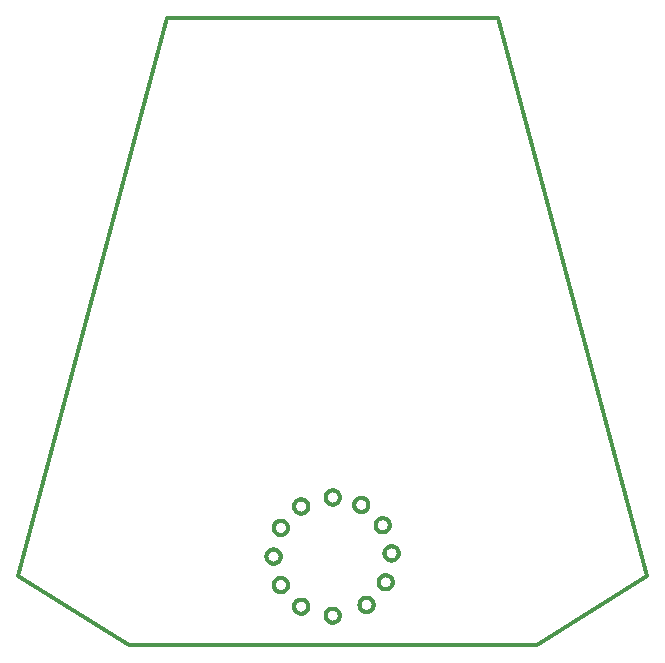
<source format=gbr>
%TF.GenerationSoftware,KiCad,Pcbnew,(6.0.6)*%
%TF.CreationDate,2022-07-10T11:29:42+09:00*%
%TF.ProjectId,nowt_promicro_plate_A,6e6f7774-5f70-4726-9f6d-6963726f5f70,rev?*%
%TF.SameCoordinates,Original*%
%TF.FileFunction,Profile,NP*%
%FSLAX46Y46*%
G04 Gerber Fmt 4.6, Leading zero omitted, Abs format (unit mm)*
G04 Created by KiCad (PCBNEW (6.0.6)) date 2022-07-10 11:29:42*
%MOMM*%
%LPD*%
G01*
G04 APERTURE LIST*
%TA.AperFunction,Profile*%
%ADD10C,0.349999*%
%TD*%
G04 APERTURE END LIST*
D10*
X47257959Y-61564998D02*
X47255642Y-61534527D01*
X39609456Y-57623652D02*
X39609456Y-57623652D01*
X39597266Y-57502732D02*
X39590566Y-57473704D01*
X39609456Y-57623652D02*
X39608675Y-57592776D01*
X44363373Y-66522748D02*
X44391845Y-66530833D01*
X37178842Y-61548608D02*
X37163235Y-61524265D01*
X46265863Y-59692411D02*
X46288529Y-59674598D01*
X46195750Y-61977527D02*
X46214608Y-61999298D01*
X37714970Y-63856082D02*
X37694132Y-63836216D01*
X38496319Y-65784685D02*
X38481872Y-65809811D01*
X42274525Y-66890596D02*
X42275305Y-66859721D01*
X46255313Y-61151744D02*
X46234475Y-61171611D01*
X37890706Y-59439112D02*
X37889925Y-59408237D01*
X41271878Y-66415592D02*
X41251041Y-66435459D01*
X44658307Y-57695681D02*
X44667739Y-57667802D01*
X37550830Y-64821176D02*
X37576701Y-64807926D01*
X37264925Y-61890604D02*
X37265706Y-61859728D01*
X41554384Y-57447544D02*
X41583931Y-57452821D01*
X43581579Y-57178262D02*
X43567132Y-57203388D01*
X46058739Y-61595873D02*
X46058739Y-61595873D01*
X36844127Y-62432752D02*
X36872006Y-62423319D01*
X45503447Y-58767482D02*
X45482610Y-58787349D01*
X39295451Y-58151233D02*
X39320577Y-58136786D01*
X44877260Y-65452197D02*
X44852916Y-65436591D01*
X46310300Y-58767482D02*
X46288529Y-58748624D01*
X41087494Y-66738801D02*
X41082218Y-66768347D01*
X41194503Y-67218708D02*
X41212315Y-67241374D01*
X46299749Y-62076673D02*
X46323273Y-62093401D01*
X46056822Y-59792720D02*
X46085294Y-59784635D01*
X38627800Y-58086639D02*
X38650466Y-58104451D01*
X43691289Y-57045253D02*
X43670451Y-57065120D01*
X46750155Y-64167019D02*
X46755432Y-64137472D01*
X47121728Y-61214220D02*
X47102870Y-61192449D01*
X46253721Y-64639184D02*
X46283267Y-64633908D01*
X46487985Y-59061663D02*
X46479900Y-59033191D01*
X45785952Y-59799420D02*
X45815499Y-59804696D01*
X44000960Y-65689602D02*
X43988945Y-65716179D01*
X38859506Y-65514696D02*
X38831034Y-65522781D01*
X37626171Y-59936640D02*
X37649695Y-59919911D01*
X41554384Y-66271912D02*
X41525355Y-66278612D01*
X42099569Y-66435459D02*
X42078732Y-66415592D01*
X39344921Y-58121179D02*
X39368445Y-58104451D01*
X39582481Y-66274225D02*
X39590566Y-66245753D01*
X45815499Y-58618526D02*
X45785952Y-58623803D01*
X37084406Y-58875522D02*
X37057159Y-58886265D01*
X37024695Y-61378929D02*
X37001171Y-61362201D01*
X44622298Y-57775376D02*
X44635548Y-57749505D01*
X41162169Y-57170856D02*
X41177775Y-57195200D01*
X41675305Y-56259737D02*
X41644429Y-56260518D01*
X46597391Y-60998973D02*
X46567364Y-61002788D01*
X47156269Y-61260410D02*
X47139541Y-61236886D01*
X43553882Y-57749505D02*
X43567132Y-57775376D01*
X37004710Y-58911531D02*
X36979584Y-58925978D01*
X38831034Y-66668828D02*
X38859506Y-66676913D01*
X41644429Y-66260503D02*
X41613958Y-66262820D01*
X41496883Y-57432759D02*
X41525355Y-57440845D01*
X44603141Y-66546625D02*
X44633169Y-66542810D01*
X43973795Y-56901574D02*
X43944766Y-56908273D01*
X37382079Y-60032197D02*
X37411626Y-60026921D01*
X37246816Y-61709780D02*
X37238731Y-61681308D01*
X41853727Y-67432744D02*
X41881605Y-67423311D01*
X36696581Y-61260511D02*
X36665705Y-61259730D01*
X36717680Y-59260692D02*
X36709595Y-59289164D01*
X44281669Y-66490556D02*
X44308247Y-66502572D01*
X41441758Y-67412568D02*
X41469005Y-67423311D01*
X43670451Y-57065120D02*
X43650584Y-57085958D01*
X44635548Y-57229259D02*
X44622298Y-57203388D01*
X39573048Y-66302103D02*
X39582481Y-66274225D01*
X38803156Y-66659395D02*
X38831034Y-66668828D01*
X38918082Y-58216737D02*
X38948109Y-58220553D01*
X44014211Y-66235718D02*
X44028658Y-66260845D01*
X46434457Y-58925617D02*
X46420010Y-58900491D01*
X39537039Y-65809811D02*
X39522592Y-65784685D01*
X45851225Y-63532965D02*
X45826881Y-63548572D01*
X45780691Y-63583112D02*
X45758920Y-63601970D01*
X39597266Y-65974885D02*
X39590566Y-65945857D01*
X46434457Y-59497605D02*
X46447708Y-59471734D01*
X37831539Y-59699235D02*
X37843555Y-59672658D01*
X37771507Y-64639332D02*
X37788235Y-64615808D01*
X38775909Y-66648652D02*
X38803156Y-66659395D01*
X43916294Y-58062406D02*
X43944766Y-58070491D01*
X44635548Y-57749505D02*
X44647563Y-57722928D01*
X41076085Y-56828860D02*
X41075305Y-56859736D01*
X46606477Y-63642675D02*
X46586610Y-63621837D01*
X41251041Y-67283983D02*
X41271878Y-67303850D01*
X46214608Y-61192449D02*
X46195750Y-61214220D01*
X39582481Y-65917384D02*
X39573048Y-65889506D01*
X37883792Y-59347739D02*
X37878516Y-59318192D01*
X37601827Y-63767210D02*
X37576701Y-63752763D01*
X44215637Y-58077191D02*
X44244665Y-58070491D01*
X41134471Y-67119844D02*
X41147721Y-67145714D01*
X37788235Y-59774576D02*
X37803842Y-59750232D01*
X47040395Y-61132886D02*
X47017728Y-61115074D01*
X44923450Y-66412712D02*
X44945221Y-66393853D01*
X37871816Y-64130396D02*
X37863731Y-64101924D01*
X43888415Y-56925792D02*
X43861168Y-56936535D01*
X42248331Y-66681300D02*
X42238897Y-66653422D01*
X45673326Y-59764458D02*
X45700573Y-59775202D01*
X42216139Y-57119859D02*
X42228154Y-57093281D01*
X46499961Y-59120238D02*
X46494685Y-59090691D01*
X42275305Y-56859736D02*
X42275305Y-56859736D01*
X36709595Y-64430293D02*
X36717680Y-64458765D01*
X41961301Y-57387317D02*
X41986427Y-57372870D01*
X41102279Y-57038156D02*
X41111712Y-57066035D01*
X46162346Y-64646098D02*
X46193222Y-64645317D01*
X36354584Y-62372862D02*
X36379710Y-62387310D01*
X44028658Y-66260845D02*
X44044265Y-66285188D01*
X46242339Y-59709139D02*
X46265863Y-59692411D01*
X39608675Y-57592776D02*
X39606358Y-57562306D01*
X46214608Y-61999298D02*
X46234475Y-62020135D01*
X44592244Y-57153918D02*
X44575516Y-57130395D01*
X44622298Y-57203388D02*
X44607851Y-57178262D01*
X44308247Y-65396877D02*
X44281669Y-65408893D01*
X42202889Y-67145714D02*
X42216139Y-67119844D01*
X36487284Y-61286705D02*
X36459406Y-61296138D01*
X37112284Y-64853368D02*
X37140756Y-64861453D01*
X45598756Y-63839801D02*
X45589323Y-63867679D01*
X39391111Y-58086639D02*
X39412882Y-58067781D01*
X46452438Y-61032283D02*
X46425191Y-61043026D01*
X39159405Y-58204761D02*
X39187877Y-58196675D01*
X45319064Y-59332531D02*
X45325763Y-59361559D01*
X36065705Y-61859728D02*
X36066486Y-61890604D01*
X44662715Y-66537533D02*
X44691744Y-66530833D01*
X44720216Y-66522748D02*
X44748095Y-66513315D01*
X44063840Y-58088600D02*
X44094716Y-58089381D01*
X46743455Y-64196047D02*
X46750155Y-64167019D01*
X41078402Y-66798375D02*
X41076085Y-66828845D01*
X36691486Y-59408237D02*
X36690705Y-59439112D01*
X44354840Y-56948551D02*
X44328263Y-56936535D01*
X37290705Y-58839114D02*
X37259829Y-58839894D01*
X44420873Y-65361916D02*
X44391845Y-65368616D01*
X44647563Y-57722928D02*
X44658307Y-57695681D01*
X41122456Y-56626190D02*
X41111712Y-56653437D01*
X37146507Y-62218716D02*
X37163235Y-62195192D01*
X36124872Y-61599605D02*
X36112856Y-61626183D01*
X43531123Y-57695681D02*
X43541866Y-57722928D01*
X37057159Y-63727497D02*
X37030581Y-63739513D01*
X15024060Y-63496104D02*
X15024060Y-63496104D01*
X36379710Y-62387310D02*
X36405581Y-62400560D01*
X41364183Y-66346587D02*
X41339839Y-66362193D01*
X41082218Y-56951109D02*
X41087494Y-56980656D01*
X36072618Y-61768355D02*
X36068803Y-61798382D01*
X42078732Y-56415607D02*
X42056961Y-56396749D01*
X46145603Y-61906993D02*
X46161210Y-61931337D01*
X44335494Y-65386134D02*
X44308247Y-65396877D01*
X44244665Y-58070491D02*
X44273137Y-58062406D01*
X36702895Y-64401264D02*
X36709595Y-64430293D01*
X42138294Y-67241374D02*
X42156107Y-67218708D01*
X39009455Y-66695803D02*
X39009455Y-66695803D01*
X37890706Y-59439112D02*
X37890706Y-59439112D01*
X37440655Y-63699236D02*
X37411626Y-63692536D01*
X39522592Y-57312532D02*
X39506985Y-57288188D01*
X46743455Y-63896151D02*
X46735370Y-63867679D01*
X42119436Y-57263160D02*
X42138294Y-57241390D01*
X43783594Y-56976248D02*
X43759250Y-56991855D01*
X37004710Y-59966694D02*
X37030581Y-59979944D01*
X45803357Y-63565300D02*
X45780691Y-63583112D01*
X45598756Y-64252398D02*
X45609499Y-64279645D01*
X43953984Y-65828805D02*
X43948707Y-65858351D01*
X45354025Y-58978066D02*
X45343282Y-59005313D01*
X41075305Y-56859736D02*
X41076085Y-56890612D01*
X36727052Y-61262828D02*
X36696581Y-61260511D01*
X44430181Y-57986910D02*
X44453705Y-57970182D01*
X37863731Y-64458765D02*
X37871816Y-64430293D01*
X41853727Y-66286697D02*
X41825254Y-66278612D01*
X46056822Y-58630502D02*
X46027793Y-58623803D01*
X38831034Y-65522781D02*
X38803156Y-65532214D01*
X38445863Y-57417353D02*
X38436430Y-57445232D01*
X46070972Y-63453014D02*
X46041425Y-63458291D01*
X45141014Y-65918849D02*
X45138697Y-65888379D01*
X42228154Y-67093266D02*
X42238897Y-67066019D01*
X37887608Y-59377766D02*
X37883792Y-59347739D01*
X46095147Y-61802172D02*
X46105890Y-61829419D01*
X46944734Y-62123455D02*
X46969860Y-62109007D01*
X45379291Y-59497605D02*
X45393738Y-59522731D01*
X45815499Y-59804696D02*
X45845526Y-59808512D01*
X41389309Y-57387317D02*
X41415180Y-57400568D01*
X44720216Y-65376701D02*
X44691744Y-65368616D01*
X44480448Y-66546625D02*
X44510918Y-66548942D01*
X37112284Y-63707321D02*
X37084406Y-63716754D01*
X42216139Y-67119844D02*
X42228154Y-67093266D01*
X43988945Y-66183270D02*
X44000960Y-66209848D01*
X46331138Y-58787349D02*
X46310300Y-58767482D01*
X39602542Y-57532279D02*
X39597266Y-57502732D01*
X45728451Y-58638588D02*
X45700573Y-58648021D01*
X36221575Y-61456304D02*
X36202716Y-61478075D01*
X46027793Y-59799420D02*
X46056822Y-59792720D01*
X42119436Y-56456311D02*
X42099569Y-56435474D01*
X41583931Y-57452821D02*
X41613958Y-57456637D01*
X44985926Y-66353149D02*
X45004784Y-66331378D01*
X43691289Y-57933511D02*
X43713060Y-57952369D01*
X43495496Y-57458507D02*
X43494715Y-57489382D01*
X45525218Y-58748624D02*
X45503447Y-58767482D01*
X41122456Y-67093266D02*
X41134471Y-67119844D01*
X46750155Y-63925179D02*
X46743455Y-63896151D01*
X41796226Y-56271927D02*
X41766679Y-56266651D01*
X39391111Y-66558792D02*
X39412882Y-66539934D01*
X43494715Y-57489382D02*
X43494715Y-57489382D01*
X45646748Y-59752443D02*
X45673326Y-59764458D01*
X44182804Y-66430524D02*
X44206328Y-66447252D01*
X37112284Y-60012136D02*
X37140756Y-60020221D01*
X45758920Y-63601970D02*
X45738083Y-63621837D01*
X43506905Y-57610302D02*
X43513605Y-57639330D01*
X43650584Y-57085958D02*
X43631726Y-57107729D01*
X37112284Y-58866089D02*
X37084406Y-58875522D01*
X36102113Y-62066027D02*
X36112856Y-62093274D01*
X44510918Y-66548942D02*
X44541794Y-66549723D01*
X38627800Y-66558792D02*
X38650466Y-66576604D01*
X37883792Y-59530485D02*
X37887608Y-59500458D01*
X44633169Y-66542810D02*
X44662715Y-66537533D01*
X44273137Y-56916359D02*
X44244665Y-56908273D01*
X39130376Y-57035843D02*
X39100829Y-57030567D01*
X36931716Y-63799545D02*
X36909050Y-63817357D01*
X45393738Y-58900491D02*
X45379291Y-58925617D01*
X41706181Y-66260503D02*
X41675305Y-66259722D01*
X36072618Y-61951102D02*
X36077895Y-61980648D01*
X38481872Y-66381798D02*
X38496319Y-66406925D01*
X46288529Y-58748624D02*
X46265863Y-58730812D01*
X38888535Y-58211460D02*
X38918082Y-58216737D01*
X42172835Y-57195200D02*
X42188441Y-57170856D01*
X45129605Y-65828805D02*
X45122905Y-65799776D01*
X41075305Y-66859721D02*
X41075305Y-66859721D01*
X37694132Y-58994983D02*
X37672361Y-58976125D01*
X45443885Y-59593265D02*
X45462743Y-59615036D01*
X44156062Y-56892481D02*
X44125592Y-56890164D01*
X37259829Y-63681127D02*
X37229359Y-63683444D01*
X42275305Y-56859736D02*
X42274525Y-56828860D01*
X46506875Y-59211611D02*
X46506875Y-59211611D01*
X42010771Y-67357248D02*
X42034295Y-67340520D01*
X39070802Y-66692705D02*
X39100829Y-66688890D01*
X46918863Y-61055042D02*
X46892285Y-61043026D01*
X43973795Y-58077191D02*
X44003341Y-58082467D01*
X46077629Y-61445925D02*
X46070929Y-61474953D01*
X41293649Y-67322708D02*
X41316315Y-67340520D01*
X46470467Y-59417910D02*
X46479900Y-59390031D01*
X39573048Y-57829951D02*
X39582481Y-57802072D01*
X42138294Y-56478082D02*
X42119436Y-56456311D01*
X45069378Y-66235718D02*
X45082628Y-66209848D01*
X37265706Y-61859728D02*
X37264925Y-61828853D01*
X41613958Y-57456637D02*
X41644429Y-57458954D01*
X45756924Y-58630502D02*
X45728451Y-58638588D01*
X37382079Y-63687259D02*
X37352052Y-63683444D01*
X46117906Y-61855996D02*
X46131156Y-61881867D01*
X45482610Y-58787349D02*
X45462743Y-58808187D01*
X45039324Y-66285188D02*
X45054931Y-66260845D01*
X42172835Y-56524272D02*
X42156107Y-56500748D01*
X42248331Y-57038156D02*
X42256416Y-57009684D01*
X45325763Y-59361559D02*
X45333849Y-59390031D01*
X43501629Y-57580755D02*
X43506905Y-57610302D01*
X46061837Y-61657219D02*
X46065653Y-61687247D01*
X37163235Y-62195192D02*
X37178842Y-62170848D01*
X36749872Y-64540467D02*
X36763122Y-64566338D01*
X36330240Y-61362201D02*
X36306716Y-61378929D01*
X42275305Y-66859721D02*
X42275305Y-66859721D01*
X46537817Y-61008065D02*
X46508789Y-61014765D01*
X36827716Y-59057458D02*
X36809904Y-59080125D01*
X44476371Y-57026395D02*
X44453705Y-57008583D01*
X46544002Y-63583112D02*
X46521336Y-63565300D01*
X45700573Y-59775202D02*
X45728451Y-59784635D01*
X41766679Y-57452821D02*
X41796226Y-57447544D01*
X38627800Y-65632817D02*
X38606029Y-65651676D01*
X37878516Y-59318192D02*
X37871816Y-59289164D01*
X37001171Y-62357256D02*
X37024695Y-62340528D01*
X36702895Y-59560032D02*
X36709595Y-59589060D01*
X44186090Y-56896297D02*
X44156062Y-56892481D01*
X37218555Y-61626183D02*
X37206539Y-61599605D01*
X46368647Y-64609690D02*
X46395893Y-64598946D01*
X36068803Y-61798382D02*
X36066486Y-61828853D01*
X46283267Y-64633908D02*
X46312296Y-64627208D01*
X41177775Y-57195200D02*
X41194503Y-57218723D01*
X46521336Y-64526898D02*
X46544002Y-64509086D01*
X39472445Y-57241998D02*
X39453587Y-57220228D01*
X43735726Y-57970182D02*
X43759250Y-57986910D01*
X46473468Y-63532965D02*
X46448342Y-63518518D01*
X45681546Y-64405087D02*
X45699358Y-64427753D01*
X38565325Y-58027076D02*
X38585192Y-58047914D01*
X38546466Y-65714151D02*
X38528654Y-65736817D01*
X37889925Y-59408237D02*
X37887608Y-59377766D01*
X39269580Y-66636636D02*
X39295451Y-66623386D01*
X44186090Y-58082467D02*
X44215637Y-58077191D01*
X38456606Y-57857197D02*
X38468622Y-57883775D01*
X43861168Y-58042229D02*
X43888415Y-58052973D01*
X46061837Y-61534527D02*
X46059520Y-61564998D01*
X39130376Y-66683613D02*
X39159405Y-66676913D01*
X45673326Y-58658764D02*
X45646748Y-58670780D01*
X42078732Y-67303850D02*
X42099569Y-67283983D01*
X45649211Y-63734979D02*
X45634764Y-63760105D01*
X37024695Y-62340528D02*
X37047361Y-62322715D01*
X46567364Y-61002788D02*
X46537817Y-61008065D01*
X41134471Y-57119859D02*
X41147721Y-57145730D01*
X39550289Y-65835682D02*
X39537039Y-65809811D01*
X42268392Y-56768363D02*
X42263115Y-56738816D01*
X44215637Y-56901574D02*
X44186090Y-56896297D01*
X46508789Y-62176982D02*
X46537817Y-62183682D01*
X37089970Y-62283990D02*
X37109837Y-62263153D01*
X46759247Y-63984753D02*
X46755432Y-63954726D01*
X44538846Y-57892807D02*
X44557704Y-57871036D01*
X46892285Y-61043026D02*
X46865038Y-61032283D01*
X44575516Y-57130395D02*
X44557704Y-57107729D01*
X43531123Y-57283084D02*
X43521690Y-57310962D01*
X37576701Y-63752763D02*
X37550830Y-63739513D01*
X37878516Y-64401264D02*
X37883792Y-64371718D01*
X43944766Y-58070491D02*
X43973795Y-58077191D01*
X39320577Y-58136786D02*
X39344921Y-58121179D01*
X45122905Y-65799776D02*
X45114820Y-65771304D01*
X43513605Y-57339434D02*
X43506905Y-57368462D01*
X46643147Y-63687112D02*
X46625335Y-63664445D01*
X37863731Y-59617532D02*
X37871816Y-59589060D01*
X45409344Y-58876147D02*
X45393738Y-58900491D01*
X45462743Y-58808187D02*
X45443885Y-58829958D01*
X39453587Y-66499229D02*
X39472445Y-66477458D01*
X37440655Y-60020221D02*
X37469127Y-60012136D01*
X39100829Y-58216737D02*
X39130376Y-58211460D01*
X45307655Y-59180736D02*
X45306874Y-59211611D01*
X41961301Y-66332139D02*
X41935430Y-66318889D01*
X47083003Y-61171611D02*
X47062165Y-61151744D01*
X38412553Y-57684998D02*
X38416368Y-57715025D01*
X45937748Y-59810829D02*
X45968219Y-59808512D01*
X44687801Y-57580755D02*
X44691616Y-57550728D01*
X39522592Y-57934772D02*
X39537039Y-57909646D01*
X41675305Y-69359728D02*
X41675305Y-69359728D01*
X38650466Y-65615005D02*
X38627800Y-65632817D01*
X46506875Y-59211611D02*
X46506094Y-59180736D01*
X39215756Y-66659395D02*
X39243003Y-66648652D01*
X38546466Y-57241998D02*
X38528654Y-57264664D01*
X46779659Y-61008065D02*
X46750112Y-61002788D01*
X36487284Y-62432752D02*
X36515756Y-62440837D01*
X38749331Y-57082820D02*
X38723460Y-57096071D01*
X44405837Y-56976248D02*
X44380711Y-56961801D01*
X46565772Y-63601970D02*
X46544002Y-63583112D01*
X46195750Y-61214220D02*
X46177938Y-61236886D01*
X46145603Y-61284753D02*
X46131156Y-61309880D01*
X37128695Y-61478075D02*
X37109837Y-61456304D01*
X37878516Y-64159425D02*
X37871816Y-64130396D01*
X39597266Y-57744572D02*
X39602542Y-57715025D01*
X41231174Y-57263160D02*
X41251041Y-57283998D01*
X45906872Y-58611613D02*
X45906872Y-58611613D01*
X39602542Y-66004431D02*
X39597266Y-65974885D01*
X46658738Y-62195872D02*
X46689614Y-62195091D01*
X36887279Y-63836216D02*
X36866442Y-63856082D01*
X46761564Y-64015224D02*
X46759247Y-63984753D01*
X37497006Y-58875522D02*
X37469127Y-58866089D01*
X44541794Y-66549723D02*
X44541794Y-66549723D01*
X38650466Y-66576604D02*
X38673990Y-66593332D01*
X36690705Y-64280344D02*
X36691486Y-64311220D01*
X41231174Y-66456296D02*
X41212315Y-66478067D01*
X44694714Y-57489382D02*
X44694714Y-57489382D01*
X45366040Y-58951488D02*
X45354025Y-58978066D01*
X41075305Y-56859736D02*
X41075305Y-56859736D01*
X36693803Y-64218998D02*
X36691486Y-64249469D01*
X42034295Y-66378921D02*
X42010771Y-66362193D01*
X36066486Y-61890604D02*
X36068803Y-61921074D01*
X38723460Y-65568223D02*
X38698334Y-65582671D01*
X36112856Y-62093274D02*
X36124872Y-62119851D01*
X39590566Y-65945857D02*
X39582481Y-65917384D01*
X41076085Y-56890612D02*
X41078402Y-56921082D01*
X46217995Y-59724745D02*
X46242339Y-59709139D01*
X46242339Y-58714084D02*
X46217995Y-58698477D01*
X37524253Y-64833192D02*
X37550830Y-64821176D01*
X46310300Y-59655740D02*
X46331138Y-59635873D01*
X41736652Y-66262820D02*
X41706181Y-66260503D01*
X41316315Y-56378937D02*
X41293649Y-56396749D01*
X45595752Y-58698477D02*
X45571408Y-58714084D01*
X36737856Y-59205567D02*
X36727113Y-59232814D01*
X45983925Y-64619123D02*
X46012397Y-64627208D01*
X38410236Y-66126680D02*
X38412553Y-66157151D01*
X37649695Y-63799545D02*
X37626171Y-63782817D01*
X44966059Y-65525463D02*
X44945221Y-65505596D01*
X37128695Y-62241382D02*
X37146507Y-62218716D01*
X45354025Y-59445157D02*
X45366040Y-59471734D01*
X46506094Y-59242487D02*
X46506875Y-59211611D01*
X38409455Y-57623652D02*
X38410236Y-57654528D01*
X36872006Y-62423319D02*
X36899253Y-62412576D01*
X37262608Y-61798382D02*
X37258792Y-61768355D01*
X43521690Y-57667802D02*
X43531123Y-57695681D01*
X36066486Y-61828853D02*
X36065705Y-61859728D01*
X38565325Y-57220228D02*
X38546466Y-57241998D01*
X36763122Y-64566338D02*
X36777569Y-64591464D01*
X43506905Y-57368462D02*
X43501629Y-57398009D01*
X45906872Y-59811610D02*
X45906872Y-59811610D01*
X45983925Y-63473076D02*
X45956046Y-63482509D01*
X45105387Y-66156023D02*
X45114820Y-66128145D01*
X39609456Y-66095805D02*
X39609456Y-66095805D01*
X44557704Y-57107729D02*
X44538846Y-57085958D01*
X36168176Y-62195192D02*
X36184904Y-62218716D01*
X44044265Y-66285188D02*
X44060993Y-66308712D01*
X44852916Y-66462859D02*
X44877260Y-66447252D01*
X38416368Y-57715025D02*
X38421645Y-57744572D01*
X39187877Y-66668828D02*
X39215756Y-66659395D01*
X38528654Y-65736817D02*
X38511926Y-65760341D01*
X36574332Y-62452813D02*
X36604359Y-62456629D01*
X37788235Y-59103648D02*
X37771507Y-59080125D01*
X41389309Y-67387302D02*
X41415180Y-67400552D01*
X36138122Y-62145722D02*
X36152569Y-62170848D01*
X45589323Y-63867679D02*
X45581237Y-63896151D01*
X39009455Y-66695803D02*
X39040331Y-66695022D01*
X45343282Y-59005313D02*
X45333849Y-59033191D01*
X37140756Y-64861453D02*
X37169785Y-64868153D01*
X46761564Y-64076975D02*
X46762345Y-64046099D01*
X37084406Y-60002703D02*
X37112284Y-60012136D01*
X37734837Y-63876920D02*
X37714970Y-63856082D01*
X39368445Y-66576604D02*
X39391111Y-66558792D01*
X46420010Y-58900491D02*
X46404403Y-58876147D01*
X41147721Y-66573727D02*
X41134471Y-66599598D01*
X38749331Y-58164484D02*
X38775909Y-58176499D01*
X37290705Y-64880343D02*
X37321581Y-64879562D01*
X36931716Y-64761144D02*
X36955240Y-64777872D01*
X37146507Y-61500741D02*
X37128695Y-61478075D01*
X46448342Y-64573681D02*
X46473468Y-64559233D01*
X41364183Y-56346602D02*
X41339839Y-56362208D01*
X39453587Y-58027076D02*
X39472445Y-58005306D01*
X38775909Y-57070805D02*
X38749331Y-57082820D01*
X38546466Y-58005306D02*
X38565325Y-58027076D01*
X43713060Y-57952369D02*
X43735726Y-57970182D01*
X44827790Y-65422143D02*
X44801919Y-65408893D01*
X37550830Y-59979944D02*
X37576701Y-59966694D01*
X39590566Y-66245753D02*
X39597266Y-66216725D01*
X43553882Y-57229259D02*
X43541866Y-57255837D01*
X38445863Y-66302103D02*
X38456606Y-66329350D01*
X38416368Y-66187178D02*
X38421645Y-66216725D01*
X46808687Y-61014765D02*
X46779659Y-61008065D01*
X46479900Y-59033191D02*
X46470467Y-59005313D01*
X43953984Y-66070645D02*
X43960684Y-66099673D01*
X45134881Y-65858351D02*
X45129605Y-65828805D01*
X36909050Y-58976125D02*
X36887279Y-58994983D01*
X39009455Y-65495806D02*
X38978579Y-65496587D01*
X46689614Y-60996656D02*
X46658738Y-60995875D01*
X45569261Y-64137472D02*
X45574538Y-64167019D01*
X38673990Y-65598277D02*
X38650466Y-65615005D01*
X36737856Y-64046799D02*
X36727113Y-64074046D01*
X37626171Y-58941585D02*
X37601827Y-58925978D01*
X24407822Y-69359728D02*
X41675305Y-69359728D01*
X36793176Y-64615808D02*
X36809904Y-64639332D01*
X44301016Y-56925792D02*
X44273137Y-56916359D01*
X44014211Y-65663731D02*
X44000960Y-65689602D01*
X38606029Y-66539934D02*
X38627800Y-66558792D01*
X45563129Y-64076975D02*
X45565446Y-64107445D01*
X46012397Y-63464990D02*
X45983925Y-63473076D01*
X43650584Y-57892807D02*
X43670451Y-57913644D01*
X39490257Y-57264664D02*
X39472445Y-57241998D01*
X43968769Y-66128145D02*
X43978202Y-66156023D01*
X46508789Y-61014765D02*
X46480317Y-61022850D01*
X44827790Y-66477306D02*
X44852916Y-66462859D01*
X47222332Y-61389575D02*
X47211589Y-61362328D01*
X46422471Y-63505267D02*
X46395893Y-63493252D01*
X44923450Y-65486737D02*
X44900784Y-65468925D01*
X37601827Y-58925978D02*
X37576701Y-58911531D01*
X41339839Y-56362208D02*
X41316315Y-56378937D01*
X39590566Y-57773600D02*
X39597266Y-57744572D01*
X36976827Y-62372862D02*
X37001171Y-62357256D01*
X41675305Y-56259737D02*
X41675305Y-56259737D01*
X37694132Y-63836216D02*
X37672361Y-63817357D01*
X47139541Y-61236886D02*
X47121728Y-61214220D01*
X44694714Y-57489382D02*
X44694714Y-57489382D01*
X43631726Y-57107729D02*
X43613914Y-57130395D01*
X37672361Y-59902099D02*
X37694132Y-59883241D01*
X36777569Y-64591464D02*
X36793176Y-64615808D01*
X37259829Y-58839894D02*
X37229359Y-58842211D01*
X46762345Y-64046099D02*
X46762345Y-64046099D01*
X38859506Y-66676913D02*
X38888535Y-66683613D01*
X38421645Y-57502732D02*
X38416368Y-57532279D01*
X37258792Y-61951102D02*
X37262608Y-61921074D01*
X39243003Y-65542957D02*
X39215756Y-65532214D01*
X37352052Y-60036013D02*
X37382079Y-60032197D01*
X45928799Y-63493252D02*
X45902222Y-63505267D01*
X37199332Y-58846027D02*
X37169785Y-58851304D01*
X45738083Y-63621837D02*
X45718216Y-63642675D01*
X42238897Y-56653437D02*
X42228154Y-56626190D01*
X36693803Y-59500458D02*
X36697618Y-59530485D01*
X39344921Y-65598277D02*
X39320577Y-65582671D01*
X37469127Y-63707321D02*
X37440655Y-63699236D01*
X41469005Y-57423326D02*
X41496883Y-57432759D01*
X43713060Y-57026395D02*
X43691289Y-57045253D01*
X46234475Y-61171611D02*
X46214608Y-61192449D01*
X38585192Y-66520067D02*
X38606029Y-66539934D01*
X46658738Y-62195872D02*
X46658738Y-62195872D01*
X41908852Y-57412583D02*
X41935430Y-57400568D01*
X37771507Y-63921357D02*
X37753695Y-63898691D01*
X37262608Y-61921074D02*
X37264925Y-61890604D01*
X38749331Y-66636636D02*
X38775909Y-66648652D01*
X45141795Y-65949725D02*
X45141795Y-65949725D01*
X43861168Y-56936535D02*
X43834591Y-56948551D01*
X36284050Y-61396741D02*
X36262279Y-61415599D01*
X47017728Y-62076673D02*
X47040395Y-62058860D01*
X46234475Y-62020135D02*
X46255313Y-62040002D01*
X45906872Y-58611613D02*
X45875997Y-58612393D01*
X44572670Y-66548942D02*
X44603141Y-66546625D01*
X45574538Y-63925179D02*
X45569261Y-63954726D01*
X41525355Y-57440845D02*
X41554384Y-57447544D01*
X46703179Y-64306222D02*
X46715194Y-64279645D01*
X39602542Y-57715025D02*
X39606358Y-57684998D01*
X36241442Y-62283990D02*
X36262279Y-62303857D01*
X38511926Y-57288188D02*
X38496319Y-57312532D01*
X44328263Y-56936535D02*
X44301016Y-56925792D01*
X44097663Y-66353149D02*
X44117530Y-66373987D01*
X37321581Y-64879562D02*
X37352052Y-64877245D01*
X46452438Y-62159464D02*
X46480317Y-62168897D01*
X37004710Y-63752763D02*
X36979584Y-63767210D01*
X39009455Y-57023653D02*
X39009455Y-57023653D01*
X41147721Y-67145714D02*
X41162169Y-67170841D01*
X36693803Y-64341690D02*
X36697618Y-64371718D01*
X46288529Y-59674598D02*
X46310300Y-59655740D01*
X37178842Y-62170848D02*
X37193289Y-62145722D01*
X44380711Y-58016964D02*
X44405837Y-58002516D01*
X36102113Y-61653430D02*
X36092680Y-61681308D01*
X39368445Y-57142853D02*
X39344921Y-57126124D01*
X47083003Y-62020135D02*
X47102870Y-61999298D01*
X45998247Y-59804696D02*
X46027793Y-59799420D01*
X41339839Y-57357263D02*
X41364183Y-57372870D01*
X44541794Y-65349726D02*
X44510918Y-65350507D01*
X37878516Y-59560032D02*
X37883792Y-59530485D01*
X36827716Y-59820766D02*
X36846575Y-59842537D01*
X44647563Y-57255837D02*
X44635548Y-57229259D01*
X44748095Y-65386134D02*
X44720216Y-65376701D01*
X46994204Y-61098346D02*
X46969860Y-61082739D01*
X46597391Y-62192774D02*
X46627862Y-62195091D01*
X38723460Y-57096071D02*
X38698334Y-57110518D01*
X37411626Y-64868153D02*
X37440655Y-64861453D01*
X44335494Y-66513315D02*
X44363373Y-66522748D01*
X41102279Y-56681316D02*
X41094194Y-56709788D01*
X36955240Y-58941585D02*
X36931716Y-58958313D01*
X44206328Y-65452197D02*
X44182804Y-65468925D01*
X36691486Y-59469988D02*
X36693803Y-59500458D01*
X46779659Y-62183682D02*
X46808687Y-62176982D01*
X38606029Y-57179523D02*
X38585192Y-57199390D01*
X41162169Y-66548601D02*
X41147721Y-66573727D01*
X39159405Y-66676913D02*
X39187877Y-66668828D01*
X46162346Y-63446101D02*
X46162346Y-63446101D01*
X46105890Y-61829419D02*
X46117906Y-61855996D01*
X37440655Y-64861453D02*
X37469127Y-64853368D01*
X41825254Y-57440845D02*
X41853727Y-57432759D01*
X37854298Y-64074046D02*
X37843555Y-64046799D01*
X36077895Y-61738808D02*
X36072618Y-61768355D01*
X36459406Y-61296138D02*
X36432159Y-61306881D01*
X37382079Y-64873430D02*
X37411626Y-64868153D01*
X45313787Y-59120238D02*
X45309972Y-59150265D01*
X38416368Y-57532279D02*
X38412553Y-57562306D01*
X42248331Y-56681316D02*
X42238897Y-56653437D01*
X46340768Y-63473076D02*
X46312296Y-63464990D01*
X36152569Y-61548608D02*
X36138122Y-61573735D01*
X39472445Y-58005306D02*
X39490257Y-57982640D01*
X44000960Y-66209848D02*
X44014211Y-66235718D01*
X44060993Y-65590737D02*
X44044265Y-65614261D01*
X38528654Y-66454792D02*
X38546466Y-66477458D01*
X36786626Y-61271920D02*
X36757079Y-61266643D01*
X43521690Y-57310962D02*
X43513605Y-57339434D01*
X44682524Y-57610302D02*
X44687801Y-57580755D01*
X37109837Y-61456304D02*
X37089970Y-61435466D01*
X44687801Y-57398009D02*
X44682524Y-57368462D01*
X46192869Y-59739193D02*
X46217995Y-59724745D01*
X41094194Y-67009669D02*
X41102279Y-67038141D01*
X39100829Y-65502720D02*
X39070802Y-65498904D01*
X45681546Y-63687112D02*
X45664818Y-63710635D01*
X37057159Y-58886265D02*
X37030581Y-58898280D01*
X41087494Y-66980641D02*
X41094194Y-67009669D01*
X39100829Y-66688890D02*
X39130376Y-66683613D01*
X36815655Y-61278620D02*
X36786626Y-61271920D01*
X37672361Y-64743332D02*
X37694132Y-64724473D01*
X46725937Y-63839801D02*
X46715194Y-63812554D01*
X45826881Y-63548572D02*
X45803357Y-63565300D01*
X45595752Y-59724745D02*
X45620878Y-59739193D01*
X45718216Y-64449524D02*
X45738083Y-64470361D01*
X46586610Y-64470361D02*
X46606477Y-64449524D01*
X41194503Y-57218723D02*
X41212315Y-57241390D01*
X39412882Y-57179523D02*
X39391111Y-57160665D01*
X42202889Y-66573727D02*
X42188441Y-66548601D01*
X42156107Y-56500748D02*
X42138294Y-56478082D01*
X44572670Y-65350507D02*
X44541794Y-65349726D01*
X45758920Y-64490228D02*
X45780691Y-64509086D01*
X39453587Y-65692380D02*
X39433720Y-65671543D01*
X39040331Y-57024434D02*
X39009455Y-57023653D01*
X43834591Y-58030214D02*
X43861168Y-58042229D01*
X46395893Y-64598946D02*
X46422471Y-64586931D01*
X47102870Y-61192449D02*
X47083003Y-61171611D01*
X38585192Y-65671543D02*
X38565325Y-65692380D01*
X38481872Y-65809811D02*
X38468622Y-65835682D01*
X46659875Y-64381563D02*
X46675481Y-64357219D01*
X36727052Y-62456629D02*
X36757079Y-62452813D01*
X39506985Y-57288188D02*
X39490257Y-57264664D01*
X43916294Y-56916359D02*
X43888415Y-56925792D01*
X37258792Y-61768355D02*
X37253516Y-61738808D01*
X43944892Y-66011071D02*
X43948707Y-66041098D01*
X42263115Y-56980656D02*
X42268392Y-56951109D01*
X37803842Y-59127992D02*
X37788235Y-59103648D01*
X43497813Y-57550728D02*
X43501629Y-57580755D01*
X37229298Y-62066027D02*
X37238731Y-62038149D01*
X36306716Y-61378929D02*
X36284050Y-61396741D01*
X39130376Y-58211460D02*
X39159405Y-58204761D01*
X39412882Y-58067781D02*
X39433720Y-58047914D01*
X45426072Y-58852624D02*
X45409344Y-58876147D01*
X43942575Y-65918849D02*
X43941794Y-65949725D01*
X43948707Y-65858351D02*
X43944892Y-65888379D01*
X37672361Y-58976125D02*
X37649695Y-58958313D01*
X44592244Y-57824846D02*
X44607851Y-57800502D01*
X36544785Y-62447537D02*
X36574332Y-62452813D01*
X39187877Y-65522781D02*
X39159405Y-65514696D01*
X45004784Y-65568071D02*
X44985926Y-65546300D01*
X45569261Y-63954726D02*
X45565446Y-63984753D01*
X46340768Y-64619123D02*
X46368647Y-64609690D01*
X41415180Y-67400552D02*
X41441758Y-67412568D01*
X41078402Y-56921082D02*
X41082218Y-56951109D01*
X44033369Y-58086283D02*
X44063840Y-58088600D01*
X36065705Y-61859728D02*
X36065705Y-61859728D01*
X37649695Y-64761144D02*
X37672361Y-64743332D01*
X41986427Y-57372870D02*
X42010771Y-57357263D01*
X46398614Y-62136705D02*
X46425191Y-62148721D01*
X39608675Y-66064929D02*
X39606358Y-66034459D01*
X37803842Y-63969225D02*
X37788235Y-63944881D01*
X42188441Y-67170841D02*
X42202889Y-67145714D01*
X37265706Y-61859728D02*
X37265706Y-61859728D01*
X44498142Y-57045253D02*
X44476371Y-57026395D01*
X44662715Y-65361916D02*
X44633169Y-65356640D01*
X37863731Y-64101924D02*
X37854298Y-64074046D01*
X45581237Y-64196047D02*
X45589323Y-64224519D01*
X46969860Y-62109007D02*
X46994204Y-62093401D01*
X46070929Y-61716793D02*
X46077629Y-61745821D01*
X41736652Y-57456637D02*
X41766679Y-57452821D01*
X44518979Y-57065120D02*
X44498142Y-57045253D01*
X45851225Y-64559233D02*
X45876351Y-64573681D01*
X41825254Y-67440829D02*
X41853727Y-67432744D01*
X45621514Y-64306222D02*
X45634764Y-64332093D01*
X45307655Y-59242487D02*
X45309972Y-59272957D01*
X47258740Y-61595873D02*
X47257959Y-61564998D01*
X41496883Y-66286697D02*
X41469005Y-66296130D01*
X42268392Y-66951094D02*
X42272208Y-66921067D01*
X38409455Y-57623652D02*
X38409455Y-57623652D01*
X43613914Y-57848370D02*
X43631726Y-57871036D01*
X45094644Y-66183270D02*
X45105387Y-66156023D01*
X39433720Y-58047914D02*
X39453587Y-58027076D01*
X41094194Y-56709788D02*
X41087494Y-56738816D01*
X37259829Y-60038330D02*
X37290705Y-60039111D01*
X36379710Y-61332147D02*
X36354584Y-61346594D01*
X46113173Y-58648021D02*
X46085294Y-58638588D01*
X46177938Y-61236886D02*
X46161210Y-61260410D01*
X46177938Y-61954861D02*
X46195750Y-61977527D01*
X41675305Y-57459734D02*
X41675305Y-57459734D01*
X37734837Y-59035688D02*
X37714970Y-59014850D01*
X45845526Y-58614711D02*
X45815499Y-58618526D01*
X41961301Y-56332155D02*
X41935430Y-56318904D01*
X39368445Y-58104451D02*
X39391111Y-58086639D01*
X37253516Y-61738808D02*
X37246816Y-61709780D01*
X37871816Y-59289164D02*
X37863731Y-59260692D01*
X37887608Y-64218998D02*
X37883792Y-64188971D01*
X41076085Y-66890596D02*
X41078402Y-66921067D01*
X44138368Y-66393853D02*
X44160138Y-66412712D01*
X38428345Y-66245753D02*
X38436430Y-66274225D01*
X39562305Y-65862259D02*
X39550289Y-65835682D01*
X47222332Y-61802172D02*
X47231765Y-61774294D01*
X36459406Y-62423319D02*
X36487284Y-62432752D01*
X44658307Y-57283084D02*
X44647563Y-57255837D01*
X39562305Y-66329350D02*
X39573048Y-66302103D01*
X41736652Y-56262835D02*
X41706181Y-56260518D01*
X37524253Y-59991959D02*
X37550830Y-59979944D01*
X38918082Y-65502720D02*
X38888535Y-65507996D01*
X39606358Y-66034459D02*
X39602542Y-66004431D01*
X39506985Y-57959116D02*
X39522592Y-57934772D01*
X38412553Y-66157151D02*
X38416368Y-66187178D01*
X44391845Y-66530833D02*
X44420873Y-66537533D01*
X41293649Y-57322723D02*
X41316315Y-57340535D01*
X41122456Y-57093281D02*
X41134471Y-57119859D01*
X37440655Y-58858003D02*
X37411626Y-58851304D01*
X39070802Y-57026751D02*
X39040331Y-57024434D01*
X41675305Y-16250651D02*
X41675305Y-16250651D01*
X41162169Y-67170841D02*
X41177775Y-67195184D01*
X41212315Y-66478067D02*
X41194503Y-66500733D01*
X46750112Y-61002788D02*
X46720084Y-60998973D01*
X41082218Y-56768363D02*
X41078402Y-56798390D01*
X42238897Y-67066019D02*
X42248331Y-67038141D01*
X41293649Y-66396733D02*
X41271878Y-66415592D01*
X45022596Y-66308712D02*
X45039324Y-66285188D01*
X38410236Y-57654528D02*
X38412553Y-57684998D01*
X45562348Y-64046099D02*
X45562348Y-64046099D01*
X47251827Y-61504500D02*
X47246550Y-61474953D01*
X36168176Y-61524265D02*
X36152569Y-61548608D01*
X41796226Y-67447529D02*
X41825254Y-67440829D01*
X43888415Y-58052973D02*
X43916294Y-58062406D01*
X45409344Y-59547075D02*
X45426072Y-59570599D01*
X41675305Y-66259722D02*
X41675305Y-66259722D01*
X38978579Y-65496587D02*
X38948109Y-65498904D01*
X44160138Y-66412712D02*
X44182804Y-66430524D01*
X36124872Y-62119851D02*
X36138122Y-62145722D01*
X46422471Y-64586931D02*
X46448342Y-64573681D01*
X36846575Y-59842537D02*
X36866442Y-59863374D01*
X44363373Y-65376701D02*
X44335494Y-65386134D01*
X36786626Y-62447537D02*
X36815655Y-62440837D01*
X47257959Y-61626749D02*
X47258740Y-61595873D01*
X38775909Y-65542957D02*
X38749331Y-65554973D01*
X46312296Y-64627208D02*
X46340768Y-64619123D01*
X37030581Y-64821176D02*
X37057159Y-64833192D01*
X44541794Y-66549723D02*
X44572670Y-66548942D01*
X41231174Y-67263145D02*
X41251041Y-67283983D01*
X46537817Y-62183682D02*
X46567364Y-62188958D01*
X41389309Y-56332155D02*
X41364183Y-56346602D01*
X38412553Y-57562306D02*
X38410236Y-57592776D01*
X36749872Y-59178989D02*
X36737856Y-59205567D01*
X38803156Y-57060061D02*
X38775909Y-57070805D01*
X36866442Y-59014850D02*
X36846575Y-59035688D01*
X44675825Y-57639330D02*
X44682524Y-57610302D01*
X46658738Y-60995875D02*
X46658738Y-60995875D01*
X36544785Y-61271920D02*
X36515756Y-61278620D01*
X44078805Y-65568071D02*
X44060993Y-65590737D01*
X36951701Y-62387310D02*
X36976827Y-62372862D01*
X37047361Y-62322715D02*
X37069132Y-62303857D01*
X46918863Y-62136705D02*
X46944734Y-62123455D01*
X46369863Y-59593265D02*
X46387675Y-59570599D01*
X42099569Y-67283983D02*
X42119436Y-67263145D01*
X41986427Y-67372855D02*
X42010771Y-67357248D01*
X41212315Y-56478082D02*
X41194503Y-56500748D01*
X38468622Y-57363529D02*
X38456606Y-57390107D01*
X46503777Y-59272957D02*
X46506094Y-59242487D01*
X46892285Y-62148721D02*
X46918863Y-62136705D01*
X45393738Y-59522731D02*
X45409344Y-59547075D01*
X45141014Y-65980600D02*
X45141795Y-65949725D01*
X38410236Y-66064929D02*
X38409455Y-66095805D01*
X45022596Y-65590737D02*
X45004784Y-65568071D01*
X46944734Y-61068292D02*
X46918863Y-61055042D01*
X47258740Y-61595873D02*
X47258740Y-61595873D01*
X45956046Y-64609690D02*
X45983925Y-64619123D01*
X46459723Y-58978066D02*
X46447708Y-58951488D01*
X37854298Y-59232814D02*
X37843555Y-59205567D01*
X47211589Y-61829419D02*
X47222332Y-61802172D01*
X37229359Y-64877245D02*
X37259829Y-64879562D01*
X47246550Y-61716793D02*
X47251827Y-61687247D01*
X42256416Y-57009684D02*
X42263115Y-56980656D01*
X47255642Y-61657219D02*
X47257959Y-61626749D01*
X44453705Y-57008583D02*
X44430181Y-56991855D01*
X41177775Y-56524272D02*
X41162169Y-56548616D01*
X36092680Y-61681308D02*
X36084595Y-61709780D01*
X45094644Y-65716179D02*
X45082628Y-65689602D01*
X46253721Y-63453014D02*
X46223693Y-63449198D01*
X46494685Y-59332531D02*
X46499961Y-59302984D01*
X44691616Y-57428036D02*
X44687801Y-57398009D01*
X39433720Y-57199390D02*
X39412882Y-57179523D01*
X39215756Y-65532214D02*
X39187877Y-65522781D01*
X37057159Y-64833192D02*
X37084406Y-64843935D01*
X37753695Y-59057458D02*
X37734837Y-59035688D01*
X39391111Y-57160665D02*
X39368445Y-57142853D01*
X45309972Y-59150265D02*
X45307655Y-59180736D01*
X37788235Y-64615808D02*
X37803842Y-64591464D01*
X45571408Y-58714084D02*
X45547884Y-58730812D01*
X45571408Y-59709139D02*
X45595752Y-59724745D01*
X44003341Y-58082467D02*
X44033369Y-58086283D01*
X41986427Y-66346587D02*
X41961301Y-66332139D01*
X36690705Y-59439112D02*
X36690705Y-59439112D01*
X36717680Y-59617532D02*
X36727113Y-59645411D01*
X47139541Y-61954861D02*
X47156269Y-61931337D01*
X39040331Y-65496587D02*
X39009455Y-65495806D01*
X44003341Y-56896297D02*
X43973795Y-56901574D01*
X37854298Y-64486643D02*
X37863731Y-64458765D01*
X43670451Y-57913644D02*
X43691289Y-57933511D01*
X41525355Y-56278627D02*
X41496883Y-56286712D01*
X46398614Y-61055042D02*
X46372743Y-61068292D01*
X36727113Y-64074046D02*
X36717680Y-64101924D01*
X36691486Y-64311220D02*
X36693803Y-64341690D01*
X38456606Y-65862259D02*
X38445863Y-65889506D01*
X36979584Y-58925978D02*
X36955240Y-58941585D01*
X42256416Y-66709773D02*
X42248331Y-66681300D01*
X42172835Y-66524257D02*
X42156107Y-66500733D01*
X46503777Y-59150265D02*
X46499961Y-59120238D01*
X45700573Y-58648021D02*
X45673326Y-58658764D01*
X41961301Y-67387302D02*
X41986427Y-67372855D01*
X38978579Y-58222870D02*
X39009455Y-58223650D01*
X36757079Y-61266643D02*
X36727052Y-61262828D01*
X36777569Y-59750232D02*
X36793176Y-59774576D01*
X45646748Y-58670780D02*
X45620878Y-58684030D01*
X44575516Y-57848370D02*
X44592244Y-57824846D01*
X36979584Y-64793479D02*
X37004710Y-64807926D01*
X42228154Y-56626190D02*
X42216139Y-56599613D01*
X38468622Y-57883775D02*
X38481872Y-57909646D01*
X41496883Y-67432744D02*
X41525355Y-67440829D01*
X36749872Y-59699235D02*
X36763122Y-59725106D01*
X37469127Y-60012136D02*
X37497006Y-60002703D01*
X36112856Y-61626183D02*
X36102113Y-61653430D01*
X39609456Y-66095805D02*
X39608675Y-66064929D01*
X38650466Y-57142853D02*
X38627800Y-57160665D01*
X37601827Y-64793479D02*
X37626171Y-64777872D01*
X36697618Y-59347739D02*
X36693803Y-59377766D01*
X38436430Y-57802072D02*
X38445863Y-57829951D01*
X36665705Y-62459727D02*
X36696581Y-62458946D01*
X38456606Y-57390107D02*
X38445863Y-57417353D01*
X37089970Y-61435466D02*
X37069132Y-61415599D01*
X46192869Y-58684030D02*
X46166998Y-58670780D01*
X42119436Y-66456296D02*
X42099569Y-66435459D01*
X37069132Y-61415599D02*
X37047361Y-61396741D01*
X45319064Y-59090691D02*
X45313787Y-59120238D01*
X39606358Y-66157151D02*
X39608675Y-66126680D01*
X46497812Y-64543627D02*
X46521336Y-64526898D01*
X38698334Y-65582671D02*
X38673990Y-65598277D01*
X46837160Y-61022850D02*
X46808687Y-61014765D01*
X41706181Y-67458938D02*
X41736652Y-67456621D01*
X38831034Y-57050628D02*
X38803156Y-57060061D01*
X38410236Y-57592776D02*
X38409455Y-57623652D01*
X37734837Y-59842537D02*
X37753695Y-59820766D01*
X46625335Y-64427753D02*
X46643147Y-64405087D01*
X41271878Y-56415607D02*
X41251041Y-56435474D01*
X37218555Y-62093274D02*
X37229298Y-62066027D01*
X41935430Y-56318904D02*
X41908852Y-56306889D01*
X36727113Y-59232814D02*
X36717680Y-59260692D01*
X46395893Y-63493252D02*
X46368647Y-63482509D01*
X41339839Y-66362193D02*
X41316315Y-66378921D01*
X45756924Y-59792720D02*
X45785952Y-59799420D01*
X36690705Y-59439112D02*
X36691486Y-59469988D01*
X37047361Y-61396741D02*
X37024695Y-61378929D01*
X37714970Y-59863374D02*
X37734837Y-59842537D01*
X36084595Y-62009676D02*
X36092680Y-62038149D01*
X37411626Y-60026921D02*
X37440655Y-60020221D01*
X37169785Y-58851304D02*
X37140756Y-58858003D01*
X46755432Y-64137472D02*
X46759247Y-64107445D01*
X46105890Y-61362328D02*
X46095147Y-61389575D01*
X46131156Y-61881867D02*
X46145603Y-61906993D01*
X46162346Y-64646098D02*
X46162346Y-64646098D01*
X45443885Y-58829958D02*
X45426072Y-58852624D01*
X37199332Y-63687259D02*
X37169785Y-63692536D01*
X36925830Y-62400560D02*
X36951701Y-62387310D01*
X42188441Y-56548616D02*
X42172835Y-56524272D01*
X44328263Y-58042229D02*
X44354840Y-58030214D01*
X46372743Y-61068292D02*
X46347617Y-61082739D01*
X46351005Y-58808187D02*
X46331138Y-58787349D01*
X44450420Y-65356640D02*
X44420873Y-65361916D01*
X38456606Y-66329350D02*
X38468622Y-66355928D01*
X46762345Y-64046099D02*
X46762345Y-64046099D01*
X41986427Y-56346602D02*
X41961301Y-56332155D01*
X42272208Y-56798390D02*
X42268392Y-56768363D01*
X39609456Y-66095805D02*
X39609456Y-66095805D01*
X43494715Y-57489382D02*
X43495496Y-57520258D01*
X46735370Y-64224519D02*
X46743455Y-64196047D01*
X45845526Y-59808512D02*
X45875997Y-59810829D01*
X47186323Y-61881867D02*
X47199573Y-61855996D01*
X38723460Y-66623386D02*
X38749331Y-66636636D01*
X46193222Y-64645317D02*
X46223693Y-64643000D01*
X36909050Y-63817357D02*
X36887279Y-63836216D01*
X45574538Y-64167019D02*
X45581237Y-64196047D01*
X42228154Y-66626175D02*
X42216139Y-66599598D01*
X41102279Y-66681300D02*
X41094194Y-66709773D01*
X38416368Y-66004431D02*
X38412553Y-66034459D01*
X46101000Y-64643000D02*
X46131470Y-64645317D01*
X37382079Y-58846027D02*
X37352052Y-58842211D01*
X37140756Y-58858003D02*
X37112284Y-58866089D01*
X36899253Y-62412576D02*
X36925830Y-62400560D01*
X42188441Y-57170856D02*
X42202889Y-57145730D01*
X46567364Y-62188958D02*
X46597391Y-62192774D01*
X44748095Y-66513315D02*
X44775342Y-66502572D01*
X42156107Y-66500733D02*
X42138294Y-66478067D01*
X37843555Y-59205567D02*
X37831539Y-59178989D01*
X44480448Y-65352824D02*
X44450420Y-65356640D01*
X46085294Y-58638588D02*
X46056822Y-58630502D01*
X38468622Y-65835682D02*
X38456606Y-65862259D01*
X39562305Y-57390107D02*
X39550289Y-57363529D01*
X41251041Y-57283998D02*
X41271878Y-57303865D01*
X38496319Y-57934772D02*
X38511926Y-57959116D01*
X41766679Y-67452806D02*
X41796226Y-67447529D01*
X46277083Y-61132886D02*
X46255313Y-61151744D01*
X36777569Y-63969225D02*
X36763122Y-63994351D01*
X37803842Y-64591464D02*
X37818289Y-64566338D01*
X37890706Y-64280344D02*
X37890706Y-64280344D01*
X44607851Y-57178262D02*
X44592244Y-57153918D01*
X41271878Y-57303865D02*
X41293649Y-57322723D01*
X41935430Y-67400552D02*
X41961301Y-67387302D01*
X39453587Y-57220228D02*
X39433720Y-57199390D01*
X37265706Y-61859728D02*
X37265706Y-61859728D01*
X45620878Y-59739193D02*
X45646748Y-59752443D01*
X44667739Y-57667802D02*
X44675825Y-57639330D01*
X37694132Y-64724473D02*
X37714970Y-64704606D01*
X38481872Y-57909646D02*
X38496319Y-57934772D01*
X46473468Y-64559233D02*
X46497812Y-64543627D01*
X44900784Y-65468925D02*
X44877260Y-65452197D01*
X38428345Y-57773600D02*
X38436430Y-57802072D01*
X41177775Y-66524257D02*
X41162169Y-66548601D01*
X37290705Y-60039111D02*
X37321581Y-60038330D01*
X36432159Y-62412576D02*
X36459406Y-62423319D01*
X44094716Y-56889384D02*
X44063840Y-56890164D01*
X36809904Y-59798100D02*
X36827716Y-59820766D01*
X36306716Y-62340528D02*
X36330240Y-62357256D01*
X37030581Y-63739513D02*
X37004710Y-63752763D01*
X44380711Y-56961801D02*
X44354840Y-56948551D01*
X46161210Y-61260410D02*
X46145603Y-61284753D01*
X36184904Y-62218716D02*
X36202716Y-62241382D01*
X37601827Y-59952246D02*
X37626171Y-59936640D01*
X37818289Y-59725106D02*
X37831539Y-59699235D01*
X37352052Y-63683444D02*
X37321581Y-63681127D01*
X47040395Y-62058860D02*
X47062165Y-62040002D01*
X37626171Y-63782817D02*
X37601827Y-63767210D01*
X36925830Y-61318897D02*
X36899253Y-61306881D01*
X42138294Y-66478067D02*
X42119436Y-66456296D01*
X46762345Y-64046099D02*
X46761564Y-64015224D01*
X36809904Y-64639332D02*
X36827716Y-64661998D01*
X45333849Y-59390031D02*
X45343282Y-59417910D01*
X47211589Y-61362328D02*
X47199573Y-61335750D01*
X39187877Y-57050628D02*
X39159405Y-57042543D01*
X42010771Y-57357263D02*
X42034295Y-57340535D01*
X47231765Y-61417453D02*
X47222332Y-61389575D01*
X46643147Y-64405087D02*
X46659875Y-64381563D01*
X37199332Y-60032197D02*
X37229359Y-60036013D01*
X36202716Y-62241382D02*
X36221575Y-62263153D01*
X39040331Y-58222870D02*
X39070802Y-58220553D01*
X46085714Y-61417453D02*
X46077629Y-61445925D01*
X37753695Y-59820766D02*
X37771507Y-59798100D01*
X42256416Y-56709788D02*
X42248331Y-56681316D01*
X37576701Y-58911531D02*
X37550830Y-58898280D01*
X41675305Y-16250651D02*
X27683441Y-16250651D01*
X46497812Y-63548572D02*
X46473468Y-63532965D01*
X46447708Y-59471734D02*
X46459723Y-59445157D01*
X37238731Y-61681308D02*
X37229298Y-61653430D01*
X38978579Y-66695022D02*
X39009455Y-66695803D01*
X37831539Y-64020221D02*
X37818289Y-63994351D01*
X39040331Y-66695022D02*
X39070802Y-66692705D01*
X46058739Y-61595873D02*
X46059520Y-61626749D01*
X38428345Y-57473704D02*
X38421645Y-57502732D01*
X38606029Y-65651676D02*
X38585192Y-65671543D01*
X37199332Y-64873430D02*
X37229359Y-64877245D01*
X42078732Y-57303865D02*
X42099569Y-57283998D01*
X39606358Y-57684998D02*
X39608675Y-57654528D01*
X47239850Y-61445925D02*
X47231765Y-61417453D01*
X36084595Y-61709780D02*
X36077895Y-61738808D01*
X37871816Y-59589060D02*
X37878516Y-59560032D01*
X42263115Y-66738801D02*
X42256416Y-66709773D01*
X46041425Y-63458291D02*
X46012397Y-63464990D01*
X45937748Y-58612393D02*
X45906872Y-58611613D01*
X38436430Y-66274225D02*
X38445863Y-66302103D01*
X46027793Y-58623803D02*
X45998247Y-58618526D01*
X37352052Y-64877245D02*
X37382079Y-64873430D01*
X44060993Y-66308712D02*
X44078805Y-66331378D01*
X39320577Y-57110518D02*
X39295451Y-57096071D01*
X36793176Y-63944881D02*
X36777569Y-63969225D01*
X36184904Y-61500741D02*
X36168176Y-61524265D01*
X36809904Y-63921357D02*
X36793176Y-63944881D01*
X68326550Y-63496104D02*
X68326550Y-63496104D01*
X39506985Y-66431268D02*
X39522592Y-66406925D01*
X37753695Y-63898691D02*
X37734837Y-63876920D01*
X43497813Y-57428036D02*
X43495496Y-57458507D01*
X36976827Y-61346594D02*
X36951701Y-61332147D01*
X37883792Y-64371718D02*
X37887608Y-64341690D01*
X38698334Y-57110518D02*
X38673990Y-57126124D01*
X46720084Y-62192774D02*
X46750112Y-62188958D01*
X15024060Y-63496104D02*
X24407822Y-69359728D01*
X36931716Y-58958313D02*
X36909050Y-58976125D01*
X41766679Y-66266636D02*
X41736652Y-66262820D01*
X42034295Y-57340535D02*
X42056961Y-57322723D01*
X37193289Y-62145722D02*
X37206539Y-62119851D01*
X44945221Y-66393853D02*
X44966059Y-66373987D01*
X45306874Y-59211611D02*
X45306874Y-59211611D01*
X36241442Y-61435466D02*
X36221575Y-61456304D01*
X45609499Y-63812554D02*
X45598756Y-63839801D01*
X46808687Y-62176982D02*
X46837160Y-62168897D01*
X36697618Y-64371718D02*
X36702895Y-64401264D01*
X46521336Y-63565300D02*
X46497812Y-63548572D01*
X45968219Y-58614711D02*
X45937748Y-58612393D01*
X36763122Y-59153118D02*
X36749872Y-59178989D01*
X37771507Y-59798100D02*
X37788235Y-59774576D01*
X37818289Y-59153118D02*
X37803842Y-59127992D01*
X44675825Y-57339434D02*
X44667739Y-57310962D01*
X36793176Y-59774576D02*
X36809904Y-59798100D01*
X44693933Y-57458507D02*
X44691616Y-57428036D01*
X45313787Y-59302984D02*
X45319064Y-59332531D01*
X36696581Y-62458946D02*
X36727052Y-62456629D01*
X46166998Y-58670780D02*
X46140420Y-58658764D01*
X44405837Y-58002516D02*
X44430181Y-57986910D01*
X41525355Y-67440829D02*
X41554384Y-67447529D01*
X46193222Y-63446881D02*
X46162346Y-63446101D01*
X44125592Y-56890164D02*
X44094716Y-56889384D01*
X44033369Y-56892481D02*
X44003341Y-56896297D01*
X45634764Y-63760105D02*
X45621514Y-63785976D01*
X46041425Y-64633908D02*
X46070972Y-64639184D01*
X43783594Y-58002516D02*
X43808720Y-58016964D01*
X45122905Y-66099673D02*
X45129605Y-66070645D01*
X36955240Y-64777872D02*
X36979584Y-64793479D01*
X37887608Y-59500458D02*
X37889925Y-59469988D01*
X39009455Y-57023653D02*
X38978579Y-57024434D01*
X43541866Y-57722928D02*
X43553882Y-57749505D01*
X44557704Y-57871036D02*
X44575516Y-57848370D01*
X36979584Y-63767210D02*
X36955240Y-63782817D01*
X43988945Y-65716179D02*
X43978202Y-65743426D01*
X44097663Y-65546300D02*
X44078805Y-65568071D01*
X37229359Y-60036013D02*
X37259829Y-60038330D01*
X46217995Y-58698477D02*
X46192869Y-58684030D01*
X45004784Y-66331378D02*
X45022596Y-66308712D01*
X36405581Y-61318897D02*
X36379710Y-61332147D01*
X36717680Y-64101924D02*
X36709595Y-64130396D01*
X37576701Y-59966694D02*
X37601827Y-59952246D01*
X43631726Y-57871036D02*
X43650584Y-57892807D01*
X39070802Y-65498904D02*
X39040331Y-65496587D01*
X37004710Y-64807926D02*
X37030581Y-64821176D01*
X45054931Y-66260845D02*
X45069378Y-66235718D01*
X46077629Y-61745821D02*
X46085714Y-61774294D01*
X43941794Y-65949725D02*
X43941794Y-65949725D01*
X39522592Y-66406925D02*
X39537039Y-66381798D01*
X42268392Y-66768347D02*
X42263115Y-66738801D01*
X36152569Y-62170848D02*
X36168176Y-62195192D01*
X41935430Y-57400568D02*
X41961301Y-57387317D01*
X36515756Y-62440837D02*
X36544785Y-62447537D01*
X37229298Y-61653430D02*
X37218555Y-61626183D01*
X44094716Y-58089381D02*
X44094716Y-58089381D01*
X39550289Y-66355928D02*
X39562305Y-66329350D01*
X43597186Y-57153918D02*
X43581579Y-57178262D01*
X47062165Y-62040002D02*
X47083003Y-62020135D01*
X37649695Y-59919911D02*
X37672361Y-59902099D01*
X38888535Y-57035843D02*
X38859506Y-57042543D01*
X47251827Y-61687247D02*
X47255642Y-61657219D01*
X41554384Y-67447529D02*
X41583931Y-67452806D01*
X44607851Y-57800502D02*
X44622298Y-57775376D01*
X36866442Y-64704606D02*
X36887279Y-64724473D01*
X44420873Y-66537533D02*
X44450420Y-66542810D01*
X41339839Y-67357248D02*
X41364183Y-67372855D01*
X43613914Y-57130395D02*
X43597186Y-57153918D01*
X46659875Y-63710635D02*
X46643147Y-63687112D01*
X42156107Y-67218708D02*
X42172835Y-67195184D01*
X39606358Y-57562306D02*
X39602542Y-57532279D01*
X42238897Y-57066035D02*
X42248331Y-57038156D01*
X39412882Y-65651676D02*
X39391111Y-65632817D01*
X44281669Y-65408893D02*
X44255798Y-65422143D01*
X44078805Y-66331378D02*
X44097663Y-66353149D01*
X45547884Y-58730812D02*
X45525218Y-58748624D01*
X36866442Y-63856082D02*
X36846575Y-63876920D01*
X44028658Y-65638605D02*
X44014211Y-65663731D01*
X44538846Y-57085958D02*
X44518979Y-57065120D01*
X36405581Y-62400560D02*
X36432159Y-62412576D01*
X44044265Y-65614261D02*
X44028658Y-65638605D01*
X36846575Y-63876920D02*
X36827716Y-63898691D01*
X47258740Y-61595873D02*
X47258740Y-61595873D01*
X37626171Y-64777872D02*
X37649695Y-64761144D01*
X45906872Y-59811610D02*
X45937748Y-59810829D01*
X45114820Y-66128145D02*
X45122905Y-66099673D01*
X38409455Y-66095805D02*
X38410236Y-66126680D01*
X42272208Y-66921067D02*
X42274525Y-66890596D01*
X38445863Y-65889506D02*
X38436430Y-65917384D01*
X41147721Y-57145730D02*
X41162169Y-57170856D01*
X36737856Y-59672658D02*
X36749872Y-59699235D01*
X44094716Y-56889384D02*
X44094716Y-56889384D01*
X42202889Y-56573742D02*
X42188441Y-56548616D01*
X41415180Y-57400568D02*
X41441758Y-57412583D01*
X46750112Y-62188958D02*
X46779659Y-62183682D01*
X37843555Y-59672658D02*
X37854298Y-59645411D01*
X37753695Y-64661998D02*
X37771507Y-64639332D01*
X38528654Y-57264664D02*
X38511926Y-57288188D01*
X47199573Y-61855996D02*
X47211589Y-61829419D01*
X44667739Y-57310962D02*
X44658307Y-57283084D01*
X44985926Y-65546300D02*
X44966059Y-65525463D01*
X44308247Y-66502572D02*
X44335494Y-66513315D01*
X39490257Y-57982640D02*
X39506985Y-57959116D01*
X42099569Y-56435474D02*
X42078732Y-56415607D01*
X44691744Y-66530833D02*
X44720216Y-66522748D01*
X38606029Y-58067781D02*
X38627800Y-58086639D01*
X36432159Y-61306881D02*
X36405581Y-61318897D01*
X43567132Y-57775376D02*
X43581579Y-57800502D01*
X47231765Y-61774294D02*
X47239850Y-61745821D01*
X37843555Y-64046799D02*
X37831539Y-64020221D01*
X45621514Y-63785976D02*
X45609499Y-63812554D01*
X45563129Y-64015224D02*
X45562348Y-64046099D01*
X36634829Y-62458946D02*
X36665705Y-62459727D01*
X46487985Y-59361559D02*
X46494685Y-59332531D01*
X39608675Y-66126680D02*
X39609456Y-66095805D01*
X41078402Y-66921067D02*
X41082218Y-66951094D01*
X38803156Y-65532214D02*
X38775909Y-65542957D01*
X45581237Y-63896151D02*
X45574538Y-63925179D01*
X38496319Y-57312532D02*
X38481872Y-57337658D01*
X41087494Y-56980656D02*
X41094194Y-57009684D01*
X46544002Y-64509086D02*
X46565772Y-64490228D01*
X37887608Y-64341690D02*
X37889925Y-64311220D01*
X38436430Y-65917384D02*
X38428345Y-65945857D01*
X43759250Y-57986910D02*
X43783594Y-58002516D01*
X45039324Y-65614261D02*
X45022596Y-65590737D01*
X44682524Y-57368462D02*
X44675825Y-57339434D01*
X39433720Y-65671543D02*
X39412882Y-65651676D01*
X39522592Y-65784685D02*
X39506985Y-65760341D01*
X46065653Y-61687247D02*
X46070929Y-61716793D01*
X37290705Y-63680346D02*
X37290705Y-63680346D01*
X37576701Y-64807926D02*
X37601827Y-64793479D01*
X46070929Y-61474953D02*
X46065653Y-61504500D01*
X46166998Y-59752443D02*
X46192869Y-59739193D01*
X38412553Y-66034459D02*
X38410236Y-66064929D01*
X45664818Y-63710635D02*
X45649211Y-63734979D01*
X44633169Y-65356640D02*
X44603141Y-65352824D01*
X36757079Y-62452813D02*
X36786626Y-62447537D01*
X44230672Y-65436591D02*
X44206328Y-65452197D01*
X46223693Y-64643000D02*
X46253721Y-64639184D01*
X42263115Y-56738816D02*
X42256416Y-56709788D01*
X45634764Y-64332093D02*
X45649211Y-64357219D01*
X44230672Y-66462859D02*
X44255798Y-66477306D01*
X46012397Y-64627208D02*
X46041425Y-64633908D01*
X36866442Y-59863374D02*
X36887279Y-59883241D01*
X42275305Y-66859721D02*
X42275305Y-66859721D01*
X46095147Y-61389575D02*
X46085714Y-61417453D01*
X45082628Y-65689602D02*
X45069378Y-65663731D01*
X45503447Y-59655740D02*
X45525218Y-59674598D01*
X43968769Y-65771304D02*
X43960684Y-65799776D01*
X43978202Y-65743426D02*
X43968769Y-65771304D01*
X44160138Y-65486737D02*
X44138368Y-65505596D01*
X38888535Y-65507996D02*
X38859506Y-65514696D01*
X37469127Y-64853368D02*
X37497006Y-64843935D01*
X37084406Y-64843935D02*
X37112284Y-64853368D01*
X38511926Y-57959116D02*
X38528654Y-57982640D01*
X46506875Y-59211611D02*
X46506875Y-59211611D01*
X45482610Y-59635873D02*
X45503447Y-59655740D01*
X45968219Y-59808512D02*
X45998247Y-59804696D01*
X46420010Y-59522731D02*
X46434457Y-59497605D01*
X37469127Y-58866089D02*
X37440655Y-58858003D01*
X37290705Y-63680346D02*
X37259829Y-63681127D01*
X42216139Y-66599598D02*
X42202889Y-66573727D01*
X37084406Y-63716754D02*
X37057159Y-63727497D01*
X37831539Y-59178989D02*
X37818289Y-59153118D01*
X37803842Y-59750232D02*
X37818289Y-59725106D01*
X45082628Y-66209848D02*
X45094644Y-66183270D01*
X39295451Y-57096071D02*
X39269580Y-57082820D01*
X39269580Y-58164484D02*
X39295451Y-58151233D01*
X39391111Y-65632817D02*
X39368445Y-65615005D01*
X45728451Y-59784635D02*
X45756924Y-59792720D01*
X45718216Y-63642675D02*
X45699358Y-63664445D01*
X41583931Y-56266651D02*
X41554384Y-56271927D01*
X39602542Y-66187178D02*
X39606358Y-66157151D01*
X46140420Y-59764458D02*
X46166998Y-59752443D01*
X41441758Y-56306889D02*
X41415180Y-56318904D01*
X39009455Y-58223650D02*
X39009455Y-58223650D01*
X41496883Y-56286712D02*
X41469005Y-56296145D01*
X41613958Y-66262820D02*
X41583931Y-66266636D01*
X41251041Y-66435459D02*
X41231174Y-66456296D01*
X41583931Y-67452806D02*
X41613958Y-67456621D01*
X46162346Y-63446101D02*
X46131470Y-63446881D01*
X55667168Y-16250651D02*
X41675305Y-16250651D01*
X46369863Y-58829958D02*
X46351005Y-58808187D01*
X44498142Y-57933511D02*
X44518979Y-57913644D01*
X36727113Y-64486643D02*
X36737856Y-64513890D01*
X44510918Y-65350507D02*
X44480448Y-65352824D01*
X41613958Y-56262835D02*
X41583931Y-56266651D01*
X45141795Y-65949725D02*
X45141014Y-65918849D01*
X38698334Y-66608939D02*
X38723460Y-66623386D01*
X43759250Y-56991855D02*
X43735726Y-57008583D01*
X41087494Y-56738816D02*
X41082218Y-56768363D01*
X36909050Y-59902099D02*
X36931716Y-59919911D01*
X41766679Y-56266651D02*
X41736652Y-56262835D01*
X46606477Y-64449524D02*
X46625335Y-64427753D01*
X36515756Y-61278620D02*
X36487284Y-61286705D01*
X37030581Y-58898280D02*
X37004710Y-58911531D01*
X47255642Y-61534527D02*
X47251827Y-61504500D01*
X43495496Y-57520258D02*
X43497813Y-57550728D01*
X37321581Y-60038330D02*
X37352052Y-60036013D01*
X46113173Y-59775202D02*
X46140420Y-59764458D01*
X43501629Y-57398009D02*
X43497813Y-57428036D01*
X37883792Y-64188971D02*
X37878516Y-64159425D01*
X37843555Y-64513890D02*
X37854298Y-64486643D01*
X45309972Y-59272957D02*
X45313787Y-59302984D01*
X39100829Y-57030567D02*
X39070802Y-57026751D01*
X37771507Y-59080125D02*
X37753695Y-59057458D01*
X46715194Y-64279645D02*
X46725937Y-64252398D01*
X46117906Y-61335750D02*
X46105890Y-61362328D01*
X44877260Y-66447252D02*
X44900784Y-66430524D01*
X36846575Y-59035688D02*
X36827716Y-59057458D01*
X37169785Y-64868153D02*
X37199332Y-64873430D01*
X38673990Y-58121179D02*
X38698334Y-58136786D01*
X41111712Y-66653422D02*
X41102279Y-66681300D01*
X46255313Y-62040002D02*
X46277083Y-62058860D01*
X36846575Y-64683769D02*
X36866442Y-64704606D01*
X39597266Y-66216725D02*
X39602542Y-66187178D01*
X41111712Y-67066019D02*
X41122456Y-67093266D01*
X36574332Y-61266643D02*
X36544785Y-61271920D01*
X42268392Y-56951109D02*
X42272208Y-56921082D01*
X46085714Y-61774294D02*
X46095147Y-61802172D01*
X44603141Y-65352824D02*
X44572670Y-65350507D01*
X39070802Y-58220553D02*
X39100829Y-58216737D01*
X41076085Y-66828845D02*
X41075305Y-66859721D01*
X46223693Y-63449198D02*
X46193222Y-63446881D01*
X44775342Y-66502572D02*
X44801919Y-66490556D01*
X43735726Y-57008583D02*
X43713060Y-57026395D01*
X46283267Y-63458291D02*
X46253721Y-63453014D01*
X39320577Y-66608939D02*
X39344921Y-66593332D01*
X44476371Y-57952369D02*
X44498142Y-57933511D01*
X38859506Y-58204761D02*
X38888535Y-58211460D01*
X36691486Y-64249469D02*
X36690705Y-64280344D01*
X45525218Y-59674598D02*
X45547884Y-59692411D01*
X41644429Y-67458938D02*
X41675305Y-67459719D01*
X39573048Y-57417353D02*
X39562305Y-57390107D01*
X44138368Y-65505596D02*
X44117530Y-65525463D01*
X47199573Y-61335750D02*
X47186323Y-61309880D01*
X41675305Y-67459719D02*
X41706181Y-67458938D01*
X39582481Y-57445232D02*
X39573048Y-57417353D01*
X41364183Y-67372855D02*
X41389309Y-67387302D01*
X46689929Y-63760105D02*
X46675481Y-63734979D01*
X38948109Y-66692705D02*
X38978579Y-66695022D01*
X37193289Y-61573735D02*
X37178842Y-61548608D01*
X47171875Y-61284753D02*
X47156269Y-61260410D01*
X41675305Y-67459719D02*
X41675305Y-67459719D01*
X38496319Y-66406925D02*
X38511926Y-66431268D01*
X36763122Y-63994351D02*
X36749872Y-64020221D01*
X45333849Y-59033191D02*
X45325763Y-59061663D01*
X37889925Y-64249469D02*
X37887608Y-64218998D01*
X44244665Y-56908273D02*
X44215637Y-56901574D01*
X41364183Y-57372870D02*
X41389309Y-57387317D01*
X42172835Y-67195184D02*
X42188441Y-67170841D01*
X38445863Y-57829951D02*
X38456606Y-57857197D01*
X44945221Y-65505596D02*
X44923450Y-65486737D01*
X39490257Y-66454792D02*
X39506985Y-66431268D01*
X44450420Y-66542810D02*
X44480448Y-66546625D01*
X36693803Y-59377766D02*
X36691486Y-59408237D01*
X42275305Y-66859721D02*
X42274525Y-66828845D01*
X39243003Y-66648652D02*
X39269580Y-66636636D01*
X41908852Y-66306873D02*
X41881605Y-66296130D01*
X41613958Y-67456621D02*
X41644429Y-67458938D01*
X41082218Y-66768347D02*
X41078402Y-66798375D01*
X38546466Y-66477458D02*
X38565325Y-66499229D01*
X37714970Y-64704606D02*
X37734837Y-64683769D01*
X38859506Y-57042543D02*
X38831034Y-57050628D01*
X43834591Y-56948551D02*
X43808720Y-56961801D01*
X37672361Y-63817357D02*
X37649695Y-63799545D01*
X45562348Y-64046099D02*
X45563129Y-64076975D01*
X37524253Y-63727497D02*
X37497006Y-63716754D01*
X39344921Y-57126124D02*
X39320577Y-57110518D01*
X36749872Y-64020221D02*
X36737856Y-64046799D01*
X46480317Y-62168897D02*
X46508789Y-62176982D01*
X38565325Y-65692380D02*
X38546466Y-65714151D01*
X45738083Y-64470361D02*
X45758920Y-64490228D01*
X41415180Y-56318904D02*
X41389309Y-56332155D01*
X43597186Y-57824846D02*
X43613914Y-57848370D01*
X38428345Y-65945857D02*
X38421645Y-65974885D01*
X43541866Y-57255837D02*
X43531123Y-57283084D01*
X38436430Y-57445232D02*
X38428345Y-57473704D01*
X36330240Y-62357256D02*
X36354584Y-62372862D01*
X27683441Y-16250651D02*
X15024060Y-63496104D01*
X41102279Y-67038141D02*
X41111712Y-67066019D01*
X45325763Y-59061663D02*
X45319064Y-59090691D01*
X46059520Y-61626749D02*
X46061837Y-61657219D01*
X36887279Y-58994983D02*
X36866442Y-59014850D01*
X41389309Y-66332139D02*
X41364183Y-66346587D01*
X36604359Y-61262828D02*
X36574332Y-61266643D01*
X46404403Y-59547075D02*
X46420010Y-59522731D01*
X38918082Y-57030567D02*
X38888535Y-57035843D01*
X46265863Y-58730812D02*
X46242339Y-58714084D01*
X39269580Y-57082820D02*
X39243003Y-57070805D01*
X46470467Y-59005313D02*
X46459723Y-58978066D01*
X46331138Y-59635873D02*
X46351005Y-59615036D01*
X39215756Y-57060061D02*
X39187877Y-57050628D01*
X39550289Y-57883775D02*
X39562305Y-57857197D01*
X43944892Y-65888379D02*
X43942575Y-65918849D01*
X46459723Y-59445157D02*
X46470467Y-59417910D01*
X42156107Y-57218723D02*
X42172835Y-57195200D01*
X46689614Y-62195091D02*
X46720084Y-62192774D01*
X46627862Y-62195091D02*
X46658738Y-62195872D01*
X37321581Y-58839894D02*
X37290705Y-58839114D01*
X41469005Y-56296145D02*
X41441758Y-56306889D01*
X37550830Y-58898280D02*
X37524253Y-58886265D01*
X38409455Y-66095805D02*
X38409455Y-66095805D01*
X43948707Y-66041098D02*
X43953984Y-66070645D01*
X37321581Y-63681127D02*
X37290705Y-63680346D01*
X43513605Y-57639330D02*
X43521690Y-57667802D01*
X46065653Y-61504500D02*
X46061837Y-61534527D01*
X45138697Y-66011071D02*
X45141014Y-65980600D01*
X45620878Y-58684030D02*
X45595752Y-58698477D01*
X43960684Y-65799776D02*
X43953984Y-65828805D01*
X41644429Y-56260518D02*
X41613958Y-56262835D01*
X36777569Y-59127992D02*
X36763122Y-59153118D01*
X41796226Y-57447544D02*
X41825254Y-57440845D01*
X39159405Y-65514696D02*
X39130376Y-65507996D01*
X38421645Y-66216725D02*
X38428345Y-66245753D01*
X44206328Y-66447252D02*
X44230672Y-66462859D01*
X45054931Y-65638605D02*
X45039324Y-65614261D01*
X46658738Y-60995875D02*
X46627862Y-60996656D01*
X44966059Y-66373987D02*
X44985926Y-66353149D01*
X37290705Y-60039111D02*
X37290705Y-60039111D01*
X45129605Y-66070645D02*
X45134881Y-66041098D01*
X45780691Y-64509086D02*
X45803357Y-64526898D01*
X44693933Y-57520258D02*
X44694714Y-57489382D01*
X46865038Y-62159464D02*
X46892285Y-62148721D01*
X45069378Y-65663731D02*
X45054931Y-65638605D01*
X38421645Y-57744572D02*
X38428345Y-57773600D01*
X46312296Y-63464990D02*
X46283267Y-63458291D01*
X44125592Y-58088600D02*
X44156062Y-58086283D01*
X37253516Y-61980648D02*
X37258792Y-61951102D01*
X36634829Y-61260511D02*
X36604359Y-61262828D01*
X42010771Y-56362208D02*
X41986427Y-56346602D01*
X46865038Y-61032283D02*
X46837160Y-61022850D01*
X36717680Y-64458765D02*
X36727113Y-64486643D01*
X42274525Y-56828860D02*
X42272208Y-56798390D01*
X36665705Y-61259730D02*
X36665705Y-61259730D01*
X41316315Y-67340520D02*
X41339839Y-67357248D01*
X43942575Y-65980600D02*
X43944892Y-66011071D01*
X38528654Y-57982640D02*
X38546466Y-58005306D01*
X38627800Y-57160665D02*
X38606029Y-57179523D01*
X43808720Y-56961801D02*
X43783594Y-56976248D01*
X39537039Y-57909646D02*
X39550289Y-57883775D01*
X36068803Y-61921074D02*
X36072618Y-61951102D01*
X42010771Y-66362193D02*
X41986427Y-66346587D01*
X41094194Y-57009684D02*
X41102279Y-57038156D01*
X46448342Y-63518518D02*
X46422471Y-63505267D01*
X41194503Y-56500748D02*
X41177775Y-56524272D01*
X45366040Y-59471734D02*
X45379291Y-59497605D01*
X39295451Y-65568223D02*
X39269580Y-65554973D01*
X43941794Y-65949725D02*
X43942575Y-65980600D01*
X46494685Y-59090691D02*
X46487985Y-59061663D01*
X41251041Y-56435474D02*
X41231174Y-56456311D01*
X37001171Y-61362201D02*
X36976827Y-61346594D01*
X46277083Y-62058860D02*
X46299749Y-62076673D01*
X46755432Y-63954726D02*
X46750155Y-63925179D01*
X39562305Y-57857197D02*
X39573048Y-57829951D01*
X44801919Y-65408893D02*
X44775342Y-65396877D01*
X41134471Y-56599613D02*
X41122456Y-56626190D01*
X58942788Y-69359728D02*
X68326550Y-63496104D01*
X41525355Y-66278612D02*
X41496883Y-66286697D01*
X42202889Y-57145730D02*
X42216139Y-57119859D01*
X46347617Y-61082739D02*
X46323273Y-61098346D01*
X46372743Y-62123455D02*
X46398614Y-62136705D01*
X36709595Y-59289164D02*
X36702895Y-59318192D01*
X44691616Y-57550728D02*
X44693933Y-57520258D01*
X38565325Y-66499229D02*
X38585192Y-66520067D01*
X36354584Y-61346594D02*
X36330240Y-61362201D01*
X39582481Y-57802072D02*
X39590566Y-57773600D01*
X46479900Y-59390031D02*
X46487985Y-59361559D01*
X44900784Y-66430524D02*
X44923450Y-66412712D01*
X47246550Y-61474953D02*
X47239850Y-61445925D01*
X38650466Y-58104451D02*
X38673990Y-58121179D01*
X46675481Y-63734979D02*
X46659875Y-63710635D01*
X41094194Y-66709773D02*
X41087494Y-66738801D01*
X42274525Y-66828845D02*
X42272208Y-66798375D01*
X45565446Y-63984753D02*
X45563129Y-64015224D01*
X36709595Y-64130396D02*
X36702895Y-64159425D01*
X44391845Y-65368616D02*
X44363373Y-65376701D01*
X37734837Y-64683769D02*
X37753695Y-64661998D01*
X37818289Y-63994351D02*
X37803842Y-63969225D01*
X39472445Y-66477458D02*
X39490257Y-66454792D01*
X37069132Y-62303857D02*
X37089970Y-62283990D01*
X47017728Y-61115074D02*
X46994204Y-61098346D01*
X44301016Y-58052973D02*
X44328263Y-58042229D01*
X47156269Y-61931337D02*
X47171875Y-61906993D01*
X41293649Y-56396749D02*
X41271878Y-56415607D01*
X46299749Y-61115074D02*
X46277083Y-61132886D01*
X38585192Y-58047914D02*
X38606029Y-58067781D01*
X41554384Y-56271927D02*
X41525355Y-56278627D01*
X36665705Y-62459727D02*
X36665705Y-62459727D01*
X46131470Y-64645317D02*
X46162346Y-64646098D01*
X36702895Y-64159425D02*
X36697618Y-64188971D01*
X36951701Y-61332147D02*
X36925830Y-61318897D01*
X36827716Y-63898691D02*
X36809904Y-63921357D01*
X44541794Y-65349726D02*
X44541794Y-65349726D01*
X37140756Y-63699236D02*
X37112284Y-63707321D01*
X45306874Y-59211611D02*
X45307655Y-59242487D01*
X46725937Y-64252398D02*
X46735370Y-64224519D01*
X45565446Y-64107445D02*
X45569261Y-64137472D01*
X41469005Y-66296130D02*
X41441758Y-66306873D01*
X36709595Y-59589060D02*
X36717680Y-59617532D01*
X36604359Y-62456629D02*
X36634829Y-62458946D01*
X44063840Y-56890164D02*
X44033369Y-56892481D01*
X44255798Y-66477306D02*
X44281669Y-66490556D01*
X39344921Y-66593332D02*
X39368445Y-66576604D01*
X44801919Y-66490556D02*
X44827790Y-66477306D01*
X45609499Y-64279645D02*
X45621514Y-64306222D01*
X58942788Y-69359728D02*
X58942788Y-69359728D01*
X41212315Y-67241374D02*
X41231174Y-67263145D01*
X38723460Y-58151233D02*
X38749331Y-58164484D01*
X38888535Y-66683613D02*
X38918082Y-66688890D01*
X43567132Y-57203388D02*
X43553882Y-57229259D01*
X45589323Y-64224519D02*
X45598756Y-64252398D01*
X37890706Y-59439112D02*
X37890706Y-59439112D01*
X44156062Y-58086283D02*
X44186090Y-58082467D01*
X36955240Y-63782817D02*
X36931716Y-63799545D01*
X46425191Y-62148721D02*
X46452438Y-62159464D01*
X44852916Y-65436591D02*
X44827790Y-65422143D01*
X39269580Y-65554973D02*
X39243003Y-65542957D01*
X38511926Y-65760341D02*
X38496319Y-65784685D01*
X45876351Y-64573681D02*
X45902222Y-64586931D01*
X42099569Y-57283998D02*
X42119436Y-57263160D01*
X39412882Y-66539934D02*
X39433720Y-66520067D01*
X44117530Y-65525463D02*
X44097663Y-65546300D01*
X41706181Y-56260518D02*
X41675305Y-56259737D01*
X37818289Y-64566338D02*
X37831539Y-64540467D01*
X36763122Y-59725106D02*
X36777569Y-59750232D01*
X41078402Y-56798390D02*
X41076085Y-56828860D01*
X42034295Y-67340520D02*
X42056961Y-67322708D01*
X44255798Y-65422143D02*
X44230672Y-65436591D01*
X46131470Y-63446881D02*
X46101000Y-63449198D01*
X42263115Y-66980641D02*
X42268392Y-66951094D01*
X41908852Y-67412568D02*
X41935430Y-67400552D01*
X42034295Y-56378937D02*
X42010771Y-56362208D01*
X36262279Y-61415599D02*
X36241442Y-61435466D01*
X36077895Y-61980648D02*
X36084595Y-62009676D01*
X41881605Y-67423311D02*
X41908852Y-67412568D01*
X36931716Y-59919911D02*
X36955240Y-59936640D01*
X46101000Y-63449198D02*
X46070972Y-63453014D01*
X46347617Y-62109007D02*
X46372743Y-62123455D01*
X39490257Y-65736817D02*
X39472445Y-65714151D01*
X37890706Y-64280344D02*
X37890706Y-64280344D01*
X24407822Y-69359728D02*
X24407822Y-69359728D01*
X45105387Y-65743426D02*
X45094644Y-65716179D01*
X42238897Y-66653422D02*
X42228154Y-66626175D01*
X46586610Y-63621837D02*
X46565772Y-63601970D01*
X42248331Y-67038141D02*
X42256416Y-67009669D01*
X38421645Y-65974885D02*
X38416368Y-66004431D01*
X41134471Y-66599598D02*
X41122456Y-66626175D01*
X41162169Y-56548616D02*
X41147721Y-56573742D01*
X46759247Y-64107445D02*
X46761564Y-64076975D01*
X46085294Y-59784635D02*
X46113173Y-59775202D01*
X44430181Y-56991855D02*
X44405837Y-56976248D01*
X46480317Y-61022850D02*
X46452438Y-61032283D01*
X41825254Y-56278627D02*
X41796226Y-56271927D01*
X44117530Y-66373987D02*
X44138368Y-66393853D01*
X45114820Y-65771304D02*
X45105387Y-65743426D01*
X41675305Y-57459734D02*
X41706181Y-57458954D01*
X41271878Y-67303850D02*
X41293649Y-67322708D01*
X46506094Y-59180736D02*
X46503777Y-59150265D01*
X44273137Y-58062406D02*
X44301016Y-58052973D01*
X44775342Y-65396877D02*
X44748095Y-65386134D01*
X38481872Y-57337658D02*
X38468622Y-57363529D01*
X47121728Y-61977527D02*
X47139541Y-61954861D01*
X46675481Y-64357219D02*
X46689929Y-64332093D01*
X47062165Y-61151744D02*
X47040395Y-61132886D01*
X46447708Y-58951488D02*
X46434457Y-58925617D01*
X42228154Y-57093281D02*
X42238897Y-57066035D01*
X45785952Y-58623803D02*
X45756924Y-58630502D01*
X46565772Y-64490228D02*
X46586610Y-64470361D01*
X41583931Y-66266636D02*
X41554384Y-66271912D01*
X46627862Y-60996656D02*
X46597391Y-60998973D01*
X37206539Y-62119851D02*
X37218555Y-62093274D01*
X46715194Y-63812554D02*
X46703179Y-63785976D01*
X37524253Y-58886265D02*
X37497006Y-58875522D01*
X45699358Y-64427753D02*
X45718216Y-64449524D01*
X37649695Y-58958313D02*
X37626171Y-58941585D01*
X42119436Y-67263145D02*
X42138294Y-67241374D01*
X45134881Y-66041098D02*
X45138697Y-66011071D01*
X45875997Y-59810829D02*
X45906872Y-59811610D01*
X36284050Y-62322715D02*
X36306716Y-62340528D01*
X45699358Y-63664445D02*
X45681546Y-63687112D01*
X45426072Y-59570599D02*
X45443885Y-59593265D01*
X36665705Y-61259730D02*
X36634829Y-61260511D01*
X38673990Y-57126124D02*
X38650466Y-57142853D01*
X39433720Y-66520067D02*
X39453587Y-66499229D01*
X37290705Y-64880343D02*
X37290705Y-64880343D01*
X45875997Y-58612393D02*
X45845526Y-58614711D01*
X41194503Y-66500733D02*
X41177775Y-66524257D01*
X37694132Y-59883241D02*
X37714970Y-59863374D01*
X39009455Y-58223650D02*
X39040331Y-58222870D01*
X37169785Y-63692536D02*
X37140756Y-63699236D01*
X41231174Y-56456311D02*
X41212315Y-56478082D01*
X46070972Y-64639184D02*
X46101000Y-64643000D01*
X39320577Y-65582671D02*
X39295451Y-65568223D01*
X38831034Y-58196675D02*
X38859506Y-58204761D01*
X37246816Y-62009676D02*
X37253516Y-61980648D01*
X41316315Y-57340535D02*
X41339839Y-57357263D01*
X39573048Y-65889506D02*
X39562305Y-65862259D01*
X44354840Y-58030214D02*
X44380711Y-58016964D01*
X37229359Y-63683444D02*
X37199332Y-63687259D01*
X37264925Y-61828853D02*
X37262608Y-61798382D01*
X37871816Y-64430293D02*
X37878516Y-64401264D01*
X36955240Y-59936640D02*
X36979584Y-59952246D01*
X46351005Y-59615036D02*
X46369863Y-59593265D01*
X39368445Y-65615005D02*
X39344921Y-65598277D01*
X42256416Y-67009669D02*
X42263115Y-66980641D01*
X46387675Y-59570599D02*
X46404403Y-59547075D01*
X45902222Y-64586931D02*
X45928799Y-64598946D01*
X39243003Y-58176499D02*
X39269580Y-58164484D01*
X36202716Y-61478075D02*
X36184904Y-61500741D01*
X38803156Y-58187242D02*
X38831034Y-58196675D01*
X38585192Y-57199390D02*
X38565325Y-57220228D01*
X37411626Y-63692536D02*
X37382079Y-63687259D01*
X38698334Y-58136786D02*
X38723460Y-58151233D01*
X39130376Y-65507996D02*
X39100829Y-65502720D01*
X37890706Y-64280344D02*
X37889925Y-64249469D01*
X41111712Y-57066035D02*
X41122456Y-57093281D01*
X36979584Y-59952246D02*
X37004710Y-59966694D01*
X41881605Y-66296130D02*
X41853727Y-66286697D01*
X37788235Y-63944881D02*
X37771507Y-63921357D01*
X44691744Y-65368616D02*
X44662715Y-65361916D01*
X41147721Y-56573742D02*
X41134471Y-56599613D01*
X46994204Y-62093401D02*
X47017728Y-62076673D01*
X39215756Y-58187242D02*
X39243003Y-58176499D01*
X46131156Y-61309880D02*
X46117906Y-61335750D01*
X37550830Y-63739513D02*
X37524253Y-63727497D01*
X38948109Y-57026751D02*
X38918082Y-57030567D01*
X41706181Y-57458954D02*
X41736652Y-57456637D01*
X41441758Y-57412583D02*
X41469005Y-57423326D01*
X36737856Y-64513890D02*
X36749872Y-64540467D01*
X38775909Y-58176499D02*
X38803156Y-58187242D01*
X41675305Y-66259722D02*
X41644429Y-66260503D01*
X36872006Y-61296138D02*
X36844127Y-61286705D01*
X45138697Y-65888379D02*
X45134881Y-65858351D01*
X38948109Y-58220553D02*
X38978579Y-58222870D01*
X41316315Y-66378921D02*
X41293649Y-66396733D01*
X46140420Y-58658764D02*
X46113173Y-58648021D01*
X45547884Y-59692411D02*
X45571408Y-59709139D01*
X44694714Y-57489382D02*
X44693933Y-57458507D01*
X36815655Y-62440837D02*
X36844127Y-62432752D01*
X42056961Y-67322708D02*
X42078732Y-67303850D01*
X45649211Y-64357219D02*
X45664818Y-64381563D01*
X46703179Y-63785976D02*
X46689929Y-63760105D01*
X37290705Y-58839114D02*
X37290705Y-58839114D01*
X46425191Y-61043026D02*
X46398614Y-61055042D01*
X45141795Y-65949725D02*
X45141795Y-65949725D01*
X42188441Y-66548601D02*
X42172835Y-66524257D01*
X36697618Y-59530485D02*
X36702895Y-59560032D01*
X41075305Y-66859721D02*
X41076085Y-66890596D01*
X41853727Y-56286712D02*
X41825254Y-56278627D01*
X41881605Y-56296145D02*
X41853727Y-56286712D01*
X37140756Y-60020221D02*
X37169785Y-60026921D01*
X45826881Y-64543627D02*
X45851225Y-64559233D01*
X42138294Y-57241390D02*
X42156107Y-57218723D01*
X37169785Y-60026921D02*
X37199332Y-60032197D01*
X41644429Y-57458954D02*
X41675305Y-57459734D01*
X38468622Y-66355928D02*
X38481872Y-66381798D01*
X45928799Y-64598946D02*
X45956046Y-64609690D01*
X43978202Y-66156023D02*
X43988945Y-66183270D01*
X46689929Y-64332093D02*
X46703179Y-64306222D01*
X44094716Y-58089381D02*
X44125592Y-58088600D01*
X45462743Y-59615036D02*
X45482610Y-59635873D01*
X36690705Y-64280344D02*
X36690705Y-64280344D01*
X47186323Y-61309880D02*
X47171875Y-61284753D01*
X39590566Y-57473704D02*
X39582481Y-57445232D01*
X46161210Y-61931337D02*
X46177938Y-61954861D01*
X45998247Y-58618526D02*
X45968219Y-58614711D01*
X37497006Y-63716754D02*
X37469127Y-63707321D01*
X42272208Y-66798375D02*
X42268392Y-66768347D01*
X39009455Y-65495806D02*
X39009455Y-65495806D01*
X42274525Y-56890612D02*
X42275305Y-56859736D01*
X36727113Y-59645411D02*
X36737856Y-59672658D01*
X37259829Y-64879562D02*
X37290705Y-64880343D01*
X43944766Y-56908273D02*
X43916294Y-56916359D01*
X45664818Y-64381563D02*
X45681546Y-64405087D01*
X37229359Y-58842211D02*
X37199332Y-58846027D01*
X39159405Y-57042543D02*
X39130376Y-57035843D01*
X41111712Y-56653437D02*
X41102279Y-56681316D01*
X47171875Y-61906993D02*
X47186323Y-61881867D01*
X46323273Y-61098346D02*
X46299749Y-61115074D01*
X39537039Y-66381798D02*
X39550289Y-66355928D01*
X41881605Y-57423326D02*
X41908852Y-57412583D01*
X41675305Y-69359728D02*
X58942788Y-69359728D01*
X42078732Y-66415592D02*
X42056961Y-66396733D01*
X39187877Y-58196675D02*
X39215756Y-58187242D01*
X41736652Y-67456621D02*
X41766679Y-67452806D01*
X45343282Y-59417910D02*
X45354025Y-59445157D01*
X38918082Y-66688890D02*
X38948109Y-66692705D01*
X41908852Y-56306889D02*
X41881605Y-56296145D01*
X36844127Y-61286705D02*
X36815655Y-61278620D01*
X39295451Y-66623386D02*
X39320577Y-66608939D01*
X38978579Y-57024434D02*
X38948109Y-57026751D01*
X37109837Y-62263153D02*
X37128695Y-62241382D01*
X36793176Y-59103648D02*
X36777569Y-59127992D01*
X42275305Y-56859736D02*
X42275305Y-56859736D01*
X36221575Y-62263153D02*
X36241442Y-62283990D01*
X46387675Y-58852624D02*
X46369863Y-58829958D01*
X41469005Y-67423311D02*
X41496883Y-67432744D01*
X37863731Y-59260692D02*
X37854298Y-59232814D01*
X41177775Y-67195184D02*
X41194503Y-67218708D01*
X38511926Y-66431268D02*
X38528654Y-66454792D01*
X45902222Y-63505267D02*
X45876351Y-63518518D01*
X36887279Y-64724473D02*
X36909050Y-64743332D01*
X37854298Y-59645411D02*
X37863731Y-59617532D01*
X42056961Y-66396733D02*
X42034295Y-66378921D01*
X36909050Y-64743332D02*
X36931716Y-64761144D01*
X36138122Y-61573735D02*
X36124872Y-61599605D01*
X45876351Y-63518518D02*
X45851225Y-63532965D01*
X44182804Y-65468925D02*
X44160138Y-65486737D01*
X36697618Y-64188971D02*
X36693803Y-64218998D01*
X46499961Y-59302984D02*
X46503777Y-59272957D01*
X37057159Y-59991959D02*
X37084406Y-60002703D01*
X39550289Y-57363529D02*
X39537039Y-57337658D01*
X55667168Y-16250651D02*
X55667168Y-16250651D01*
X45803357Y-64526898D02*
X45826881Y-64543627D01*
X36887279Y-59883241D02*
X36909050Y-59902099D01*
X37714970Y-59014850D02*
X37694132Y-58994983D01*
X46323273Y-62093401D02*
X46347617Y-62109007D01*
X37352052Y-58842211D02*
X37321581Y-58839894D01*
X37163235Y-61524265D02*
X37146507Y-61500741D01*
X45956046Y-63482509D02*
X45928799Y-63493252D01*
X36899253Y-61306881D02*
X36872006Y-61296138D01*
X46837160Y-62168897D02*
X46865038Y-62159464D01*
X36702895Y-59318192D02*
X36697618Y-59347739D01*
X36092680Y-62038149D02*
X36102113Y-62066027D01*
X42056961Y-56396749D02*
X42034295Y-56378937D01*
X38673990Y-66593332D02*
X38698334Y-66608939D01*
X41441758Y-66306873D02*
X41415180Y-66318889D01*
X37030581Y-59979944D02*
X37057159Y-59991959D01*
X47239850Y-61745821D02*
X47246550Y-61716793D01*
X41853727Y-57432759D02*
X41881605Y-57423326D01*
X42056961Y-57322723D02*
X42078732Y-57303865D01*
X38749331Y-65554973D02*
X38723460Y-65568223D01*
X43960684Y-66099673D02*
X43968769Y-66128145D01*
X41122456Y-66626175D02*
X41111712Y-66653422D01*
X37238731Y-62038149D02*
X37246816Y-62009676D01*
X37411626Y-58851304D02*
X37382079Y-58846027D01*
X44453705Y-57970182D02*
X44476371Y-57952369D01*
X39608675Y-57654528D02*
X39609456Y-57623652D01*
X44518979Y-57913644D02*
X44538846Y-57892807D01*
X41796226Y-66271912D02*
X41766679Y-66266636D01*
X37497006Y-60002703D02*
X37524253Y-59991959D01*
X46969860Y-61082739D02*
X46944734Y-61068292D01*
X68326550Y-63496104D02*
X55667168Y-16250651D01*
X37889925Y-64311220D02*
X37890706Y-64280344D01*
X39537039Y-57337658D02*
X39522592Y-57312532D01*
X42216139Y-56599613D02*
X42202889Y-56573742D01*
X43808720Y-58016964D02*
X43834591Y-58030214D01*
X39243003Y-57070805D02*
X39215756Y-57060061D01*
X46735370Y-63867679D02*
X46725937Y-63839801D01*
X43581579Y-57800502D02*
X43597186Y-57824846D01*
X37831539Y-64540467D02*
X37843555Y-64513890D01*
X47102870Y-61999298D02*
X47121728Y-61977527D01*
X45379291Y-58925617D02*
X45366040Y-58951488D01*
X41082218Y-66951094D02*
X41087494Y-66980641D01*
X46404403Y-58876147D02*
X46387675Y-58852624D01*
X36262279Y-62303857D02*
X36284050Y-62322715D01*
X46720084Y-60998973D02*
X46689614Y-60996656D01*
X41212315Y-57241390D02*
X41231174Y-57263160D01*
X38948109Y-65498904D02*
X38918082Y-65502720D01*
X41825254Y-66278612D02*
X41796226Y-66271912D01*
X39506985Y-65760341D02*
X39490257Y-65736817D01*
X36809904Y-59080125D02*
X36793176Y-59103648D01*
X41415180Y-66318889D02*
X41389309Y-66332139D01*
X36827716Y-64661998D02*
X36846575Y-64683769D01*
X46368647Y-63482509D02*
X46340768Y-63473076D01*
X39472445Y-65714151D02*
X39453587Y-65692380D01*
X37497006Y-64843935D02*
X37524253Y-64833192D01*
X37889925Y-59469988D02*
X37890706Y-59439112D01*
X39609456Y-57623652D02*
X39609456Y-57623652D01*
X42272208Y-56921082D02*
X42274525Y-56890612D01*
X46059520Y-61564998D02*
X46058739Y-61595873D01*
X41935430Y-66318889D02*
X41908852Y-66306873D01*
X46625335Y-63664445D02*
X46606477Y-63642675D01*
X37206539Y-61599605D02*
X37193289Y-61573735D01*
M02*

</source>
